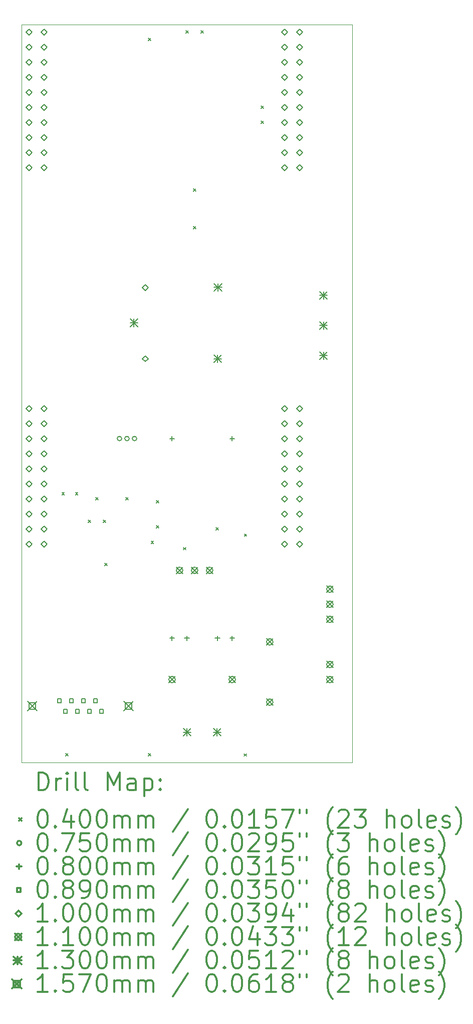
<source format=gbr>
%FSLAX45Y45*%
G04 Gerber Fmt 4.5, Leading zero omitted, Abs format (unit mm)*
G04 Created by KiCad (PCBNEW (5.1.10-1-10_14)) date 2021-11-12 14:24:27*
%MOMM*%
%LPD*%
G01*
G04 APERTURE LIST*
%TA.AperFunction,Profile*%
%ADD10C,0.100000*%
%TD*%
%ADD11C,0.200000*%
%ADD12C,0.300000*%
G04 APERTURE END LIST*
D10*
X10668000Y-4064000D02*
X10668000Y-16510000D01*
X5080000Y-4064000D02*
X10668000Y-4064000D01*
X5080000Y-16510000D02*
X5080000Y-4064000D01*
X5080000Y-16510000D02*
X10668000Y-16510000D01*
D11*
X5758500Y-11956100D02*
X5798500Y-11996100D01*
X5798500Y-11956100D02*
X5758500Y-11996100D01*
X5822000Y-16363000D02*
X5862000Y-16403000D01*
X5862000Y-16363000D02*
X5822000Y-16403000D01*
X5987100Y-11956100D02*
X6027100Y-11996100D01*
X6027100Y-11956100D02*
X5987100Y-11996100D01*
X6203000Y-12426000D02*
X6243000Y-12466000D01*
X6243000Y-12426000D02*
X6203000Y-12466000D01*
X6330000Y-12045000D02*
X6370000Y-12085000D01*
X6370000Y-12045000D02*
X6330000Y-12085000D01*
X6457000Y-12426000D02*
X6497000Y-12466000D01*
X6497000Y-12426000D02*
X6457000Y-12466000D01*
X6482000Y-13154000D02*
X6522000Y-13194000D01*
X6522000Y-13154000D02*
X6482000Y-13194000D01*
X6838000Y-12045000D02*
X6878000Y-12085000D01*
X6878000Y-12045000D02*
X6838000Y-12085000D01*
X7219000Y-4298000D02*
X7259000Y-4338000D01*
X7259000Y-4298000D02*
X7219000Y-4338000D01*
X7219000Y-16363000D02*
X7259000Y-16403000D01*
X7259000Y-16363000D02*
X7219000Y-16403000D01*
X7266000Y-12778000D02*
X7306000Y-12818000D01*
X7306000Y-12778000D02*
X7266000Y-12818000D01*
X7355000Y-12095000D02*
X7395000Y-12135000D01*
X7395000Y-12095000D02*
X7355000Y-12135000D01*
X7355000Y-12518000D02*
X7395000Y-12558000D01*
X7395000Y-12518000D02*
X7355000Y-12558000D01*
X7811000Y-12886000D02*
X7851000Y-12926000D01*
X7851000Y-12886000D02*
X7811000Y-12926000D01*
X7854000Y-4171000D02*
X7894000Y-4211000D01*
X7894000Y-4171000D02*
X7854000Y-4211000D01*
X7981000Y-6838000D02*
X8021000Y-6878000D01*
X8021000Y-6838000D02*
X7981000Y-6878000D01*
X7981000Y-7473000D02*
X8021000Y-7513000D01*
X8021000Y-7473000D02*
X7981000Y-7513000D01*
X8108000Y-4171000D02*
X8148000Y-4211000D01*
X8148000Y-4171000D02*
X8108000Y-4211000D01*
X8362000Y-12553000D02*
X8402000Y-12593000D01*
X8402000Y-12553000D02*
X8362000Y-12593000D01*
X8836000Y-16365000D02*
X8876000Y-16405000D01*
X8876000Y-16365000D02*
X8836000Y-16405000D01*
X8842000Y-12657000D02*
X8882000Y-12697000D01*
X8882000Y-12657000D02*
X8842000Y-12697000D01*
X9124000Y-5441000D02*
X9164000Y-5481000D01*
X9164000Y-5441000D02*
X9124000Y-5481000D01*
X9124000Y-5695000D02*
X9164000Y-5735000D01*
X9164000Y-5695000D02*
X9124000Y-5735000D01*
X6768500Y-11049000D02*
G75*
G03*
X6768500Y-11049000I-37500J0D01*
G01*
X6895500Y-11049000D02*
G75*
G03*
X6895500Y-11049000I-37500J0D01*
G01*
X7022500Y-11049000D02*
G75*
G03*
X7022500Y-11049000I-37500J0D01*
G01*
X7620000Y-11009000D02*
X7620000Y-11089000D01*
X7580000Y-11049000D02*
X7660000Y-11049000D01*
X7620000Y-14374500D02*
X7620000Y-14454500D01*
X7580000Y-14414500D02*
X7660000Y-14414500D01*
X7870000Y-14374500D02*
X7870000Y-14454500D01*
X7830000Y-14414500D02*
X7910000Y-14414500D01*
X8386000Y-14374500D02*
X8386000Y-14454500D01*
X8346000Y-14414500D02*
X8426000Y-14414500D01*
X8636000Y-11009000D02*
X8636000Y-11089000D01*
X8596000Y-11049000D02*
X8676000Y-11049000D01*
X8636000Y-14374500D02*
X8636000Y-14454500D01*
X8596000Y-14414500D02*
X8676000Y-14414500D01*
X5746467Y-15502467D02*
X5746467Y-15439533D01*
X5683533Y-15439533D01*
X5683533Y-15502467D01*
X5746467Y-15502467D01*
X5848467Y-15680467D02*
X5848467Y-15617533D01*
X5785533Y-15617533D01*
X5785533Y-15680467D01*
X5848467Y-15680467D01*
X5950467Y-15502467D02*
X5950467Y-15439533D01*
X5887533Y-15439533D01*
X5887533Y-15502467D01*
X5950467Y-15502467D01*
X6052467Y-15680467D02*
X6052467Y-15617533D01*
X5989533Y-15617533D01*
X5989533Y-15680467D01*
X6052467Y-15680467D01*
X6154467Y-15502467D02*
X6154467Y-15439533D01*
X6091533Y-15439533D01*
X6091533Y-15502467D01*
X6154467Y-15502467D01*
X6256467Y-15680467D02*
X6256467Y-15617533D01*
X6193533Y-15617533D01*
X6193533Y-15680467D01*
X6256467Y-15680467D01*
X6358467Y-15502467D02*
X6358467Y-15439533D01*
X6295533Y-15439533D01*
X6295533Y-15502467D01*
X6358467Y-15502467D01*
X6460467Y-15680467D02*
X6460467Y-15617533D01*
X6397533Y-15617533D01*
X6397533Y-15680467D01*
X6460467Y-15680467D01*
X5207000Y-4241000D02*
X5257000Y-4191000D01*
X5207000Y-4141000D01*
X5157000Y-4191000D01*
X5207000Y-4241000D01*
X5207000Y-4495000D02*
X5257000Y-4445000D01*
X5207000Y-4395000D01*
X5157000Y-4445000D01*
X5207000Y-4495000D01*
X5207000Y-4749000D02*
X5257000Y-4699000D01*
X5207000Y-4649000D01*
X5157000Y-4699000D01*
X5207000Y-4749000D01*
X5207000Y-5003000D02*
X5257000Y-4953000D01*
X5207000Y-4903000D01*
X5157000Y-4953000D01*
X5207000Y-5003000D01*
X5207000Y-5257000D02*
X5257000Y-5207000D01*
X5207000Y-5157000D01*
X5157000Y-5207000D01*
X5207000Y-5257000D01*
X5207000Y-5511000D02*
X5257000Y-5461000D01*
X5207000Y-5411000D01*
X5157000Y-5461000D01*
X5207000Y-5511000D01*
X5207000Y-5765000D02*
X5257000Y-5715000D01*
X5207000Y-5665000D01*
X5157000Y-5715000D01*
X5207000Y-5765000D01*
X5207000Y-6019000D02*
X5257000Y-5969000D01*
X5207000Y-5919000D01*
X5157000Y-5969000D01*
X5207000Y-6019000D01*
X5207000Y-6273000D02*
X5257000Y-6223000D01*
X5207000Y-6173000D01*
X5157000Y-6223000D01*
X5207000Y-6273000D01*
X5207000Y-6527000D02*
X5257000Y-6477000D01*
X5207000Y-6427000D01*
X5157000Y-6477000D01*
X5207000Y-6527000D01*
X5207000Y-10591000D02*
X5257000Y-10541000D01*
X5207000Y-10491000D01*
X5157000Y-10541000D01*
X5207000Y-10591000D01*
X5207000Y-10845000D02*
X5257000Y-10795000D01*
X5207000Y-10745000D01*
X5157000Y-10795000D01*
X5207000Y-10845000D01*
X5207000Y-11099000D02*
X5257000Y-11049000D01*
X5207000Y-10999000D01*
X5157000Y-11049000D01*
X5207000Y-11099000D01*
X5207000Y-11353000D02*
X5257000Y-11303000D01*
X5207000Y-11253000D01*
X5157000Y-11303000D01*
X5207000Y-11353000D01*
X5207000Y-11607000D02*
X5257000Y-11557000D01*
X5207000Y-11507000D01*
X5157000Y-11557000D01*
X5207000Y-11607000D01*
X5207000Y-11861000D02*
X5257000Y-11811000D01*
X5207000Y-11761000D01*
X5157000Y-11811000D01*
X5207000Y-11861000D01*
X5207000Y-12115000D02*
X5257000Y-12065000D01*
X5207000Y-12015000D01*
X5157000Y-12065000D01*
X5207000Y-12115000D01*
X5207000Y-12369000D02*
X5257000Y-12319000D01*
X5207000Y-12269000D01*
X5157000Y-12319000D01*
X5207000Y-12369000D01*
X5207000Y-12623000D02*
X5257000Y-12573000D01*
X5207000Y-12523000D01*
X5157000Y-12573000D01*
X5207000Y-12623000D01*
X5207000Y-12877000D02*
X5257000Y-12827000D01*
X5207000Y-12777000D01*
X5157000Y-12827000D01*
X5207000Y-12877000D01*
X5461000Y-4241000D02*
X5511000Y-4191000D01*
X5461000Y-4141000D01*
X5411000Y-4191000D01*
X5461000Y-4241000D01*
X5461000Y-4495000D02*
X5511000Y-4445000D01*
X5461000Y-4395000D01*
X5411000Y-4445000D01*
X5461000Y-4495000D01*
X5461000Y-4749000D02*
X5511000Y-4699000D01*
X5461000Y-4649000D01*
X5411000Y-4699000D01*
X5461000Y-4749000D01*
X5461000Y-5003000D02*
X5511000Y-4953000D01*
X5461000Y-4903000D01*
X5411000Y-4953000D01*
X5461000Y-5003000D01*
X5461000Y-5257000D02*
X5511000Y-5207000D01*
X5461000Y-5157000D01*
X5411000Y-5207000D01*
X5461000Y-5257000D01*
X5461000Y-5511000D02*
X5511000Y-5461000D01*
X5461000Y-5411000D01*
X5411000Y-5461000D01*
X5461000Y-5511000D01*
X5461000Y-5765000D02*
X5511000Y-5715000D01*
X5461000Y-5665000D01*
X5411000Y-5715000D01*
X5461000Y-5765000D01*
X5461000Y-6019000D02*
X5511000Y-5969000D01*
X5461000Y-5919000D01*
X5411000Y-5969000D01*
X5461000Y-6019000D01*
X5461000Y-6273000D02*
X5511000Y-6223000D01*
X5461000Y-6173000D01*
X5411000Y-6223000D01*
X5461000Y-6273000D01*
X5461000Y-6527000D02*
X5511000Y-6477000D01*
X5461000Y-6427000D01*
X5411000Y-6477000D01*
X5461000Y-6527000D01*
X5461000Y-10591000D02*
X5511000Y-10541000D01*
X5461000Y-10491000D01*
X5411000Y-10541000D01*
X5461000Y-10591000D01*
X5461000Y-10845000D02*
X5511000Y-10795000D01*
X5461000Y-10745000D01*
X5411000Y-10795000D01*
X5461000Y-10845000D01*
X5461000Y-11099000D02*
X5511000Y-11049000D01*
X5461000Y-10999000D01*
X5411000Y-11049000D01*
X5461000Y-11099000D01*
X5461000Y-11353000D02*
X5511000Y-11303000D01*
X5461000Y-11253000D01*
X5411000Y-11303000D01*
X5461000Y-11353000D01*
X5461000Y-11607000D02*
X5511000Y-11557000D01*
X5461000Y-11507000D01*
X5411000Y-11557000D01*
X5461000Y-11607000D01*
X5461000Y-11861000D02*
X5511000Y-11811000D01*
X5461000Y-11761000D01*
X5411000Y-11811000D01*
X5461000Y-11861000D01*
X5461000Y-12115000D02*
X5511000Y-12065000D01*
X5461000Y-12015000D01*
X5411000Y-12065000D01*
X5461000Y-12115000D01*
X5461000Y-12369000D02*
X5511000Y-12319000D01*
X5461000Y-12269000D01*
X5411000Y-12319000D01*
X5461000Y-12369000D01*
X5461000Y-12623000D02*
X5511000Y-12573000D01*
X5461000Y-12523000D01*
X5411000Y-12573000D01*
X5461000Y-12623000D01*
X5461000Y-12877000D02*
X5511000Y-12827000D01*
X5461000Y-12777000D01*
X5411000Y-12827000D01*
X5461000Y-12877000D01*
X7171000Y-8551000D02*
X7221000Y-8501000D01*
X7171000Y-8451000D01*
X7121000Y-8501000D01*
X7171000Y-8551000D01*
X7171000Y-9751000D02*
X7221000Y-9701000D01*
X7171000Y-9651000D01*
X7121000Y-9701000D01*
X7171000Y-9751000D01*
X9525000Y-4241000D02*
X9575000Y-4191000D01*
X9525000Y-4141000D01*
X9475000Y-4191000D01*
X9525000Y-4241000D01*
X9525000Y-4495000D02*
X9575000Y-4445000D01*
X9525000Y-4395000D01*
X9475000Y-4445000D01*
X9525000Y-4495000D01*
X9525000Y-4749000D02*
X9575000Y-4699000D01*
X9525000Y-4649000D01*
X9475000Y-4699000D01*
X9525000Y-4749000D01*
X9525000Y-5003000D02*
X9575000Y-4953000D01*
X9525000Y-4903000D01*
X9475000Y-4953000D01*
X9525000Y-5003000D01*
X9525000Y-5257000D02*
X9575000Y-5207000D01*
X9525000Y-5157000D01*
X9475000Y-5207000D01*
X9525000Y-5257000D01*
X9525000Y-5511000D02*
X9575000Y-5461000D01*
X9525000Y-5411000D01*
X9475000Y-5461000D01*
X9525000Y-5511000D01*
X9525000Y-5765000D02*
X9575000Y-5715000D01*
X9525000Y-5665000D01*
X9475000Y-5715000D01*
X9525000Y-5765000D01*
X9525000Y-6019000D02*
X9575000Y-5969000D01*
X9525000Y-5919000D01*
X9475000Y-5969000D01*
X9525000Y-6019000D01*
X9525000Y-6273000D02*
X9575000Y-6223000D01*
X9525000Y-6173000D01*
X9475000Y-6223000D01*
X9525000Y-6273000D01*
X9525000Y-6527000D02*
X9575000Y-6477000D01*
X9525000Y-6427000D01*
X9475000Y-6477000D01*
X9525000Y-6527000D01*
X9525000Y-10591000D02*
X9575000Y-10541000D01*
X9525000Y-10491000D01*
X9475000Y-10541000D01*
X9525000Y-10591000D01*
X9525000Y-10845000D02*
X9575000Y-10795000D01*
X9525000Y-10745000D01*
X9475000Y-10795000D01*
X9525000Y-10845000D01*
X9525000Y-11099000D02*
X9575000Y-11049000D01*
X9525000Y-10999000D01*
X9475000Y-11049000D01*
X9525000Y-11099000D01*
X9525000Y-11353000D02*
X9575000Y-11303000D01*
X9525000Y-11253000D01*
X9475000Y-11303000D01*
X9525000Y-11353000D01*
X9525000Y-11607000D02*
X9575000Y-11557000D01*
X9525000Y-11507000D01*
X9475000Y-11557000D01*
X9525000Y-11607000D01*
X9525000Y-11861000D02*
X9575000Y-11811000D01*
X9525000Y-11761000D01*
X9475000Y-11811000D01*
X9525000Y-11861000D01*
X9525000Y-12115000D02*
X9575000Y-12065000D01*
X9525000Y-12015000D01*
X9475000Y-12065000D01*
X9525000Y-12115000D01*
X9525000Y-12369000D02*
X9575000Y-12319000D01*
X9525000Y-12269000D01*
X9475000Y-12319000D01*
X9525000Y-12369000D01*
X9525000Y-12623000D02*
X9575000Y-12573000D01*
X9525000Y-12523000D01*
X9475000Y-12573000D01*
X9525000Y-12623000D01*
X9525000Y-12877000D02*
X9575000Y-12827000D01*
X9525000Y-12777000D01*
X9475000Y-12827000D01*
X9525000Y-12877000D01*
X9779000Y-4241000D02*
X9829000Y-4191000D01*
X9779000Y-4141000D01*
X9729000Y-4191000D01*
X9779000Y-4241000D01*
X9779000Y-4495000D02*
X9829000Y-4445000D01*
X9779000Y-4395000D01*
X9729000Y-4445000D01*
X9779000Y-4495000D01*
X9779000Y-4749000D02*
X9829000Y-4699000D01*
X9779000Y-4649000D01*
X9729000Y-4699000D01*
X9779000Y-4749000D01*
X9779000Y-5003000D02*
X9829000Y-4953000D01*
X9779000Y-4903000D01*
X9729000Y-4953000D01*
X9779000Y-5003000D01*
X9779000Y-5257000D02*
X9829000Y-5207000D01*
X9779000Y-5157000D01*
X9729000Y-5207000D01*
X9779000Y-5257000D01*
X9779000Y-5511000D02*
X9829000Y-5461000D01*
X9779000Y-5411000D01*
X9729000Y-5461000D01*
X9779000Y-5511000D01*
X9779000Y-5765000D02*
X9829000Y-5715000D01*
X9779000Y-5665000D01*
X9729000Y-5715000D01*
X9779000Y-5765000D01*
X9779000Y-6019000D02*
X9829000Y-5969000D01*
X9779000Y-5919000D01*
X9729000Y-5969000D01*
X9779000Y-6019000D01*
X9779000Y-6273000D02*
X9829000Y-6223000D01*
X9779000Y-6173000D01*
X9729000Y-6223000D01*
X9779000Y-6273000D01*
X9779000Y-6527000D02*
X9829000Y-6477000D01*
X9779000Y-6427000D01*
X9729000Y-6477000D01*
X9779000Y-6527000D01*
X9779000Y-10591000D02*
X9829000Y-10541000D01*
X9779000Y-10491000D01*
X9729000Y-10541000D01*
X9779000Y-10591000D01*
X9779000Y-10845000D02*
X9829000Y-10795000D01*
X9779000Y-10745000D01*
X9729000Y-10795000D01*
X9779000Y-10845000D01*
X9779000Y-11099000D02*
X9829000Y-11049000D01*
X9779000Y-10999000D01*
X9729000Y-11049000D01*
X9779000Y-11099000D01*
X9779000Y-11353000D02*
X9829000Y-11303000D01*
X9779000Y-11253000D01*
X9729000Y-11303000D01*
X9779000Y-11353000D01*
X9779000Y-11607000D02*
X9829000Y-11557000D01*
X9779000Y-11507000D01*
X9729000Y-11557000D01*
X9779000Y-11607000D01*
X9779000Y-11861000D02*
X9829000Y-11811000D01*
X9779000Y-11761000D01*
X9729000Y-11811000D01*
X9779000Y-11861000D01*
X9779000Y-12115000D02*
X9829000Y-12065000D01*
X9779000Y-12015000D01*
X9729000Y-12065000D01*
X9779000Y-12115000D01*
X9779000Y-12369000D02*
X9829000Y-12319000D01*
X9779000Y-12269000D01*
X9729000Y-12319000D01*
X9779000Y-12369000D01*
X9779000Y-12623000D02*
X9829000Y-12573000D01*
X9779000Y-12523000D01*
X9729000Y-12573000D01*
X9779000Y-12623000D01*
X9779000Y-12877000D02*
X9829000Y-12827000D01*
X9779000Y-12777000D01*
X9729000Y-12827000D01*
X9779000Y-12877000D01*
X7565000Y-15058000D02*
X7675000Y-15168000D01*
X7675000Y-15058000D02*
X7565000Y-15168000D01*
X7675000Y-15113000D02*
G75*
G03*
X7675000Y-15113000I-55000J0D01*
G01*
X7692000Y-13216500D02*
X7802000Y-13326500D01*
X7802000Y-13216500D02*
X7692000Y-13326500D01*
X7802000Y-13271500D02*
G75*
G03*
X7802000Y-13271500I-55000J0D01*
G01*
X7946000Y-13216500D02*
X8056000Y-13326500D01*
X8056000Y-13216500D02*
X7946000Y-13326500D01*
X8056000Y-13271500D02*
G75*
G03*
X8056000Y-13271500I-55000J0D01*
G01*
X8200000Y-13216500D02*
X8310000Y-13326500D01*
X8310000Y-13216500D02*
X8200000Y-13326500D01*
X8310000Y-13271500D02*
G75*
G03*
X8310000Y-13271500I-55000J0D01*
G01*
X8581000Y-15058000D02*
X8691000Y-15168000D01*
X8691000Y-15058000D02*
X8581000Y-15168000D01*
X8691000Y-15113000D02*
G75*
G03*
X8691000Y-15113000I-55000J0D01*
G01*
X9216000Y-14423000D02*
X9326000Y-14533000D01*
X9326000Y-14423000D02*
X9216000Y-14533000D01*
X9326000Y-14478000D02*
G75*
G03*
X9326000Y-14478000I-55000J0D01*
G01*
X9216000Y-15439000D02*
X9326000Y-15549000D01*
X9326000Y-15439000D02*
X9216000Y-15549000D01*
X9326000Y-15494000D02*
G75*
G03*
X9326000Y-15494000I-55000J0D01*
G01*
X10232000Y-13534000D02*
X10342000Y-13644000D01*
X10342000Y-13534000D02*
X10232000Y-13644000D01*
X10342000Y-13589000D02*
G75*
G03*
X10342000Y-13589000I-55000J0D01*
G01*
X10232000Y-13788000D02*
X10342000Y-13898000D01*
X10342000Y-13788000D02*
X10232000Y-13898000D01*
X10342000Y-13843000D02*
G75*
G03*
X10342000Y-13843000I-55000J0D01*
G01*
X10232000Y-14042000D02*
X10342000Y-14152000D01*
X10342000Y-14042000D02*
X10232000Y-14152000D01*
X10342000Y-14097000D02*
G75*
G03*
X10342000Y-14097000I-55000J0D01*
G01*
X10232000Y-14804000D02*
X10342000Y-14914000D01*
X10342000Y-14804000D02*
X10232000Y-14914000D01*
X10342000Y-14859000D02*
G75*
G03*
X10342000Y-14859000I-55000J0D01*
G01*
X10232000Y-15058000D02*
X10342000Y-15168000D01*
X10342000Y-15058000D02*
X10232000Y-15168000D01*
X10342000Y-15113000D02*
G75*
G03*
X10342000Y-15113000I-55000J0D01*
G01*
X6911000Y-9031000D02*
X7041000Y-9161000D01*
X7041000Y-9031000D02*
X6911000Y-9161000D01*
X6976000Y-9031000D02*
X6976000Y-9161000D01*
X6911000Y-9096000D02*
X7041000Y-9096000D01*
X7809000Y-15937000D02*
X7939000Y-16067000D01*
X7939000Y-15937000D02*
X7809000Y-16067000D01*
X7874000Y-15937000D02*
X7874000Y-16067000D01*
X7809000Y-16002000D02*
X7939000Y-16002000D01*
X8317000Y-15937000D02*
X8447000Y-16067000D01*
X8447000Y-15937000D02*
X8317000Y-16067000D01*
X8382000Y-15937000D02*
X8382000Y-16067000D01*
X8317000Y-16002000D02*
X8447000Y-16002000D01*
X8326000Y-9636000D02*
X8456000Y-9766000D01*
X8456000Y-9636000D02*
X8326000Y-9766000D01*
X8391000Y-9636000D02*
X8391000Y-9766000D01*
X8326000Y-9701000D02*
X8456000Y-9701000D01*
X8331000Y-8431000D02*
X8461000Y-8561000D01*
X8461000Y-8431000D02*
X8331000Y-8561000D01*
X8396000Y-8431000D02*
X8396000Y-8561000D01*
X8331000Y-8496000D02*
X8461000Y-8496000D01*
X10114000Y-8567000D02*
X10244000Y-8697000D01*
X10244000Y-8567000D02*
X10114000Y-8697000D01*
X10179000Y-8567000D02*
X10179000Y-8697000D01*
X10114000Y-8632000D02*
X10244000Y-8632000D01*
X10114000Y-9075000D02*
X10244000Y-9205000D01*
X10244000Y-9075000D02*
X10114000Y-9205000D01*
X10179000Y-9075000D02*
X10179000Y-9205000D01*
X10114000Y-9140000D02*
X10244000Y-9140000D01*
X10114000Y-9583000D02*
X10244000Y-9713000D01*
X10244000Y-9583000D02*
X10114000Y-9713000D01*
X10179000Y-9583000D02*
X10179000Y-9713000D01*
X10114000Y-9648000D02*
X10244000Y-9648000D01*
X5181500Y-15481500D02*
X5338500Y-15638500D01*
X5338500Y-15481500D02*
X5181500Y-15638500D01*
X5315508Y-15615508D02*
X5315508Y-15504492D01*
X5204492Y-15504492D01*
X5204492Y-15615508D01*
X5315508Y-15615508D01*
X6807500Y-15481500D02*
X6964500Y-15638500D01*
X6964500Y-15481500D02*
X6807500Y-15638500D01*
X6941508Y-15615508D02*
X6941508Y-15504492D01*
X6830492Y-15504492D01*
X6830492Y-15615508D01*
X6941508Y-15615508D01*
D12*
X5361428Y-16980714D02*
X5361428Y-16680714D01*
X5432857Y-16680714D01*
X5475714Y-16695000D01*
X5504286Y-16723571D01*
X5518571Y-16752143D01*
X5532857Y-16809286D01*
X5532857Y-16852143D01*
X5518571Y-16909286D01*
X5504286Y-16937857D01*
X5475714Y-16966429D01*
X5432857Y-16980714D01*
X5361428Y-16980714D01*
X5661428Y-16980714D02*
X5661428Y-16780714D01*
X5661428Y-16837857D02*
X5675714Y-16809286D01*
X5690000Y-16795000D01*
X5718571Y-16780714D01*
X5747143Y-16780714D01*
X5847143Y-16980714D02*
X5847143Y-16780714D01*
X5847143Y-16680714D02*
X5832857Y-16695000D01*
X5847143Y-16709286D01*
X5861428Y-16695000D01*
X5847143Y-16680714D01*
X5847143Y-16709286D01*
X6032857Y-16980714D02*
X6004286Y-16966429D01*
X5990000Y-16937857D01*
X5990000Y-16680714D01*
X6190000Y-16980714D02*
X6161428Y-16966429D01*
X6147143Y-16937857D01*
X6147143Y-16680714D01*
X6532857Y-16980714D02*
X6532857Y-16680714D01*
X6632857Y-16895000D01*
X6732857Y-16680714D01*
X6732857Y-16980714D01*
X7004286Y-16980714D02*
X7004286Y-16823572D01*
X6990000Y-16795000D01*
X6961428Y-16780714D01*
X6904286Y-16780714D01*
X6875714Y-16795000D01*
X7004286Y-16966429D02*
X6975714Y-16980714D01*
X6904286Y-16980714D01*
X6875714Y-16966429D01*
X6861428Y-16937857D01*
X6861428Y-16909286D01*
X6875714Y-16880714D01*
X6904286Y-16866429D01*
X6975714Y-16866429D01*
X7004286Y-16852143D01*
X7147143Y-16780714D02*
X7147143Y-17080714D01*
X7147143Y-16795000D02*
X7175714Y-16780714D01*
X7232857Y-16780714D01*
X7261428Y-16795000D01*
X7275714Y-16809286D01*
X7290000Y-16837857D01*
X7290000Y-16923572D01*
X7275714Y-16952143D01*
X7261428Y-16966429D01*
X7232857Y-16980714D01*
X7175714Y-16980714D01*
X7147143Y-16966429D01*
X7418571Y-16952143D02*
X7432857Y-16966429D01*
X7418571Y-16980714D01*
X7404286Y-16966429D01*
X7418571Y-16952143D01*
X7418571Y-16980714D01*
X7418571Y-16795000D02*
X7432857Y-16809286D01*
X7418571Y-16823572D01*
X7404286Y-16809286D01*
X7418571Y-16795000D01*
X7418571Y-16823572D01*
X5035000Y-17455000D02*
X5075000Y-17495000D01*
X5075000Y-17455000D02*
X5035000Y-17495000D01*
X5418571Y-17310714D02*
X5447143Y-17310714D01*
X5475714Y-17325000D01*
X5490000Y-17339286D01*
X5504286Y-17367857D01*
X5518571Y-17425000D01*
X5518571Y-17496429D01*
X5504286Y-17553572D01*
X5490000Y-17582143D01*
X5475714Y-17596429D01*
X5447143Y-17610714D01*
X5418571Y-17610714D01*
X5390000Y-17596429D01*
X5375714Y-17582143D01*
X5361428Y-17553572D01*
X5347143Y-17496429D01*
X5347143Y-17425000D01*
X5361428Y-17367857D01*
X5375714Y-17339286D01*
X5390000Y-17325000D01*
X5418571Y-17310714D01*
X5647143Y-17582143D02*
X5661428Y-17596429D01*
X5647143Y-17610714D01*
X5632857Y-17596429D01*
X5647143Y-17582143D01*
X5647143Y-17610714D01*
X5918571Y-17410714D02*
X5918571Y-17610714D01*
X5847143Y-17296429D02*
X5775714Y-17510714D01*
X5961428Y-17510714D01*
X6132857Y-17310714D02*
X6161428Y-17310714D01*
X6190000Y-17325000D01*
X6204286Y-17339286D01*
X6218571Y-17367857D01*
X6232857Y-17425000D01*
X6232857Y-17496429D01*
X6218571Y-17553572D01*
X6204286Y-17582143D01*
X6190000Y-17596429D01*
X6161428Y-17610714D01*
X6132857Y-17610714D01*
X6104286Y-17596429D01*
X6090000Y-17582143D01*
X6075714Y-17553572D01*
X6061428Y-17496429D01*
X6061428Y-17425000D01*
X6075714Y-17367857D01*
X6090000Y-17339286D01*
X6104286Y-17325000D01*
X6132857Y-17310714D01*
X6418571Y-17310714D02*
X6447143Y-17310714D01*
X6475714Y-17325000D01*
X6490000Y-17339286D01*
X6504286Y-17367857D01*
X6518571Y-17425000D01*
X6518571Y-17496429D01*
X6504286Y-17553572D01*
X6490000Y-17582143D01*
X6475714Y-17596429D01*
X6447143Y-17610714D01*
X6418571Y-17610714D01*
X6390000Y-17596429D01*
X6375714Y-17582143D01*
X6361428Y-17553572D01*
X6347143Y-17496429D01*
X6347143Y-17425000D01*
X6361428Y-17367857D01*
X6375714Y-17339286D01*
X6390000Y-17325000D01*
X6418571Y-17310714D01*
X6647143Y-17610714D02*
X6647143Y-17410714D01*
X6647143Y-17439286D02*
X6661428Y-17425000D01*
X6690000Y-17410714D01*
X6732857Y-17410714D01*
X6761428Y-17425000D01*
X6775714Y-17453572D01*
X6775714Y-17610714D01*
X6775714Y-17453572D02*
X6790000Y-17425000D01*
X6818571Y-17410714D01*
X6861428Y-17410714D01*
X6890000Y-17425000D01*
X6904286Y-17453572D01*
X6904286Y-17610714D01*
X7047143Y-17610714D02*
X7047143Y-17410714D01*
X7047143Y-17439286D02*
X7061428Y-17425000D01*
X7090000Y-17410714D01*
X7132857Y-17410714D01*
X7161428Y-17425000D01*
X7175714Y-17453572D01*
X7175714Y-17610714D01*
X7175714Y-17453572D02*
X7190000Y-17425000D01*
X7218571Y-17410714D01*
X7261428Y-17410714D01*
X7290000Y-17425000D01*
X7304286Y-17453572D01*
X7304286Y-17610714D01*
X7890000Y-17296429D02*
X7632857Y-17682143D01*
X8275714Y-17310714D02*
X8304286Y-17310714D01*
X8332857Y-17325000D01*
X8347143Y-17339286D01*
X8361428Y-17367857D01*
X8375714Y-17425000D01*
X8375714Y-17496429D01*
X8361428Y-17553572D01*
X8347143Y-17582143D01*
X8332857Y-17596429D01*
X8304286Y-17610714D01*
X8275714Y-17610714D01*
X8247143Y-17596429D01*
X8232857Y-17582143D01*
X8218571Y-17553572D01*
X8204286Y-17496429D01*
X8204286Y-17425000D01*
X8218571Y-17367857D01*
X8232857Y-17339286D01*
X8247143Y-17325000D01*
X8275714Y-17310714D01*
X8504286Y-17582143D02*
X8518571Y-17596429D01*
X8504286Y-17610714D01*
X8490000Y-17596429D01*
X8504286Y-17582143D01*
X8504286Y-17610714D01*
X8704286Y-17310714D02*
X8732857Y-17310714D01*
X8761428Y-17325000D01*
X8775714Y-17339286D01*
X8790000Y-17367857D01*
X8804286Y-17425000D01*
X8804286Y-17496429D01*
X8790000Y-17553572D01*
X8775714Y-17582143D01*
X8761428Y-17596429D01*
X8732857Y-17610714D01*
X8704286Y-17610714D01*
X8675714Y-17596429D01*
X8661428Y-17582143D01*
X8647143Y-17553572D01*
X8632857Y-17496429D01*
X8632857Y-17425000D01*
X8647143Y-17367857D01*
X8661428Y-17339286D01*
X8675714Y-17325000D01*
X8704286Y-17310714D01*
X9090000Y-17610714D02*
X8918571Y-17610714D01*
X9004286Y-17610714D02*
X9004286Y-17310714D01*
X8975714Y-17353572D01*
X8947143Y-17382143D01*
X8918571Y-17396429D01*
X9361428Y-17310714D02*
X9218571Y-17310714D01*
X9204286Y-17453572D01*
X9218571Y-17439286D01*
X9247143Y-17425000D01*
X9318571Y-17425000D01*
X9347143Y-17439286D01*
X9361428Y-17453572D01*
X9375714Y-17482143D01*
X9375714Y-17553572D01*
X9361428Y-17582143D01*
X9347143Y-17596429D01*
X9318571Y-17610714D01*
X9247143Y-17610714D01*
X9218571Y-17596429D01*
X9204286Y-17582143D01*
X9475714Y-17310714D02*
X9675714Y-17310714D01*
X9547143Y-17610714D01*
X9775714Y-17310714D02*
X9775714Y-17367857D01*
X9890000Y-17310714D02*
X9890000Y-17367857D01*
X10332857Y-17725000D02*
X10318571Y-17710714D01*
X10290000Y-17667857D01*
X10275714Y-17639286D01*
X10261428Y-17596429D01*
X10247143Y-17525000D01*
X10247143Y-17467857D01*
X10261428Y-17396429D01*
X10275714Y-17353572D01*
X10290000Y-17325000D01*
X10318571Y-17282143D01*
X10332857Y-17267857D01*
X10432857Y-17339286D02*
X10447143Y-17325000D01*
X10475714Y-17310714D01*
X10547143Y-17310714D01*
X10575714Y-17325000D01*
X10590000Y-17339286D01*
X10604286Y-17367857D01*
X10604286Y-17396429D01*
X10590000Y-17439286D01*
X10418571Y-17610714D01*
X10604286Y-17610714D01*
X10704286Y-17310714D02*
X10890000Y-17310714D01*
X10790000Y-17425000D01*
X10832857Y-17425000D01*
X10861428Y-17439286D01*
X10875714Y-17453572D01*
X10890000Y-17482143D01*
X10890000Y-17553572D01*
X10875714Y-17582143D01*
X10861428Y-17596429D01*
X10832857Y-17610714D01*
X10747143Y-17610714D01*
X10718571Y-17596429D01*
X10704286Y-17582143D01*
X11247143Y-17610714D02*
X11247143Y-17310714D01*
X11375714Y-17610714D02*
X11375714Y-17453572D01*
X11361428Y-17425000D01*
X11332857Y-17410714D01*
X11290000Y-17410714D01*
X11261428Y-17425000D01*
X11247143Y-17439286D01*
X11561428Y-17610714D02*
X11532857Y-17596429D01*
X11518571Y-17582143D01*
X11504286Y-17553572D01*
X11504286Y-17467857D01*
X11518571Y-17439286D01*
X11532857Y-17425000D01*
X11561428Y-17410714D01*
X11604286Y-17410714D01*
X11632857Y-17425000D01*
X11647143Y-17439286D01*
X11661428Y-17467857D01*
X11661428Y-17553572D01*
X11647143Y-17582143D01*
X11632857Y-17596429D01*
X11604286Y-17610714D01*
X11561428Y-17610714D01*
X11832857Y-17610714D02*
X11804286Y-17596429D01*
X11790000Y-17567857D01*
X11790000Y-17310714D01*
X12061428Y-17596429D02*
X12032857Y-17610714D01*
X11975714Y-17610714D01*
X11947143Y-17596429D01*
X11932857Y-17567857D01*
X11932857Y-17453572D01*
X11947143Y-17425000D01*
X11975714Y-17410714D01*
X12032857Y-17410714D01*
X12061428Y-17425000D01*
X12075714Y-17453572D01*
X12075714Y-17482143D01*
X11932857Y-17510714D01*
X12190000Y-17596429D02*
X12218571Y-17610714D01*
X12275714Y-17610714D01*
X12304286Y-17596429D01*
X12318571Y-17567857D01*
X12318571Y-17553572D01*
X12304286Y-17525000D01*
X12275714Y-17510714D01*
X12232857Y-17510714D01*
X12204286Y-17496429D01*
X12190000Y-17467857D01*
X12190000Y-17453572D01*
X12204286Y-17425000D01*
X12232857Y-17410714D01*
X12275714Y-17410714D01*
X12304286Y-17425000D01*
X12418571Y-17725000D02*
X12432857Y-17710714D01*
X12461428Y-17667857D01*
X12475714Y-17639286D01*
X12490000Y-17596429D01*
X12504286Y-17525000D01*
X12504286Y-17467857D01*
X12490000Y-17396429D01*
X12475714Y-17353572D01*
X12461428Y-17325000D01*
X12432857Y-17282143D01*
X12418571Y-17267857D01*
X5075000Y-17871000D02*
G75*
G03*
X5075000Y-17871000I-37500J0D01*
G01*
X5418571Y-17706714D02*
X5447143Y-17706714D01*
X5475714Y-17721000D01*
X5490000Y-17735286D01*
X5504286Y-17763857D01*
X5518571Y-17821000D01*
X5518571Y-17892429D01*
X5504286Y-17949572D01*
X5490000Y-17978143D01*
X5475714Y-17992429D01*
X5447143Y-18006714D01*
X5418571Y-18006714D01*
X5390000Y-17992429D01*
X5375714Y-17978143D01*
X5361428Y-17949572D01*
X5347143Y-17892429D01*
X5347143Y-17821000D01*
X5361428Y-17763857D01*
X5375714Y-17735286D01*
X5390000Y-17721000D01*
X5418571Y-17706714D01*
X5647143Y-17978143D02*
X5661428Y-17992429D01*
X5647143Y-18006714D01*
X5632857Y-17992429D01*
X5647143Y-17978143D01*
X5647143Y-18006714D01*
X5761428Y-17706714D02*
X5961428Y-17706714D01*
X5832857Y-18006714D01*
X6218571Y-17706714D02*
X6075714Y-17706714D01*
X6061428Y-17849572D01*
X6075714Y-17835286D01*
X6104286Y-17821000D01*
X6175714Y-17821000D01*
X6204286Y-17835286D01*
X6218571Y-17849572D01*
X6232857Y-17878143D01*
X6232857Y-17949572D01*
X6218571Y-17978143D01*
X6204286Y-17992429D01*
X6175714Y-18006714D01*
X6104286Y-18006714D01*
X6075714Y-17992429D01*
X6061428Y-17978143D01*
X6418571Y-17706714D02*
X6447143Y-17706714D01*
X6475714Y-17721000D01*
X6490000Y-17735286D01*
X6504286Y-17763857D01*
X6518571Y-17821000D01*
X6518571Y-17892429D01*
X6504286Y-17949572D01*
X6490000Y-17978143D01*
X6475714Y-17992429D01*
X6447143Y-18006714D01*
X6418571Y-18006714D01*
X6390000Y-17992429D01*
X6375714Y-17978143D01*
X6361428Y-17949572D01*
X6347143Y-17892429D01*
X6347143Y-17821000D01*
X6361428Y-17763857D01*
X6375714Y-17735286D01*
X6390000Y-17721000D01*
X6418571Y-17706714D01*
X6647143Y-18006714D02*
X6647143Y-17806714D01*
X6647143Y-17835286D02*
X6661428Y-17821000D01*
X6690000Y-17806714D01*
X6732857Y-17806714D01*
X6761428Y-17821000D01*
X6775714Y-17849572D01*
X6775714Y-18006714D01*
X6775714Y-17849572D02*
X6790000Y-17821000D01*
X6818571Y-17806714D01*
X6861428Y-17806714D01*
X6890000Y-17821000D01*
X6904286Y-17849572D01*
X6904286Y-18006714D01*
X7047143Y-18006714D02*
X7047143Y-17806714D01*
X7047143Y-17835286D02*
X7061428Y-17821000D01*
X7090000Y-17806714D01*
X7132857Y-17806714D01*
X7161428Y-17821000D01*
X7175714Y-17849572D01*
X7175714Y-18006714D01*
X7175714Y-17849572D02*
X7190000Y-17821000D01*
X7218571Y-17806714D01*
X7261428Y-17806714D01*
X7290000Y-17821000D01*
X7304286Y-17849572D01*
X7304286Y-18006714D01*
X7890000Y-17692429D02*
X7632857Y-18078143D01*
X8275714Y-17706714D02*
X8304286Y-17706714D01*
X8332857Y-17721000D01*
X8347143Y-17735286D01*
X8361428Y-17763857D01*
X8375714Y-17821000D01*
X8375714Y-17892429D01*
X8361428Y-17949572D01*
X8347143Y-17978143D01*
X8332857Y-17992429D01*
X8304286Y-18006714D01*
X8275714Y-18006714D01*
X8247143Y-17992429D01*
X8232857Y-17978143D01*
X8218571Y-17949572D01*
X8204286Y-17892429D01*
X8204286Y-17821000D01*
X8218571Y-17763857D01*
X8232857Y-17735286D01*
X8247143Y-17721000D01*
X8275714Y-17706714D01*
X8504286Y-17978143D02*
X8518571Y-17992429D01*
X8504286Y-18006714D01*
X8490000Y-17992429D01*
X8504286Y-17978143D01*
X8504286Y-18006714D01*
X8704286Y-17706714D02*
X8732857Y-17706714D01*
X8761428Y-17721000D01*
X8775714Y-17735286D01*
X8790000Y-17763857D01*
X8804286Y-17821000D01*
X8804286Y-17892429D01*
X8790000Y-17949572D01*
X8775714Y-17978143D01*
X8761428Y-17992429D01*
X8732857Y-18006714D01*
X8704286Y-18006714D01*
X8675714Y-17992429D01*
X8661428Y-17978143D01*
X8647143Y-17949572D01*
X8632857Y-17892429D01*
X8632857Y-17821000D01*
X8647143Y-17763857D01*
X8661428Y-17735286D01*
X8675714Y-17721000D01*
X8704286Y-17706714D01*
X8918571Y-17735286D02*
X8932857Y-17721000D01*
X8961428Y-17706714D01*
X9032857Y-17706714D01*
X9061428Y-17721000D01*
X9075714Y-17735286D01*
X9090000Y-17763857D01*
X9090000Y-17792429D01*
X9075714Y-17835286D01*
X8904286Y-18006714D01*
X9090000Y-18006714D01*
X9232857Y-18006714D02*
X9290000Y-18006714D01*
X9318571Y-17992429D01*
X9332857Y-17978143D01*
X9361428Y-17935286D01*
X9375714Y-17878143D01*
X9375714Y-17763857D01*
X9361428Y-17735286D01*
X9347143Y-17721000D01*
X9318571Y-17706714D01*
X9261428Y-17706714D01*
X9232857Y-17721000D01*
X9218571Y-17735286D01*
X9204286Y-17763857D01*
X9204286Y-17835286D01*
X9218571Y-17863857D01*
X9232857Y-17878143D01*
X9261428Y-17892429D01*
X9318571Y-17892429D01*
X9347143Y-17878143D01*
X9361428Y-17863857D01*
X9375714Y-17835286D01*
X9647143Y-17706714D02*
X9504286Y-17706714D01*
X9490000Y-17849572D01*
X9504286Y-17835286D01*
X9532857Y-17821000D01*
X9604286Y-17821000D01*
X9632857Y-17835286D01*
X9647143Y-17849572D01*
X9661428Y-17878143D01*
X9661428Y-17949572D01*
X9647143Y-17978143D01*
X9632857Y-17992429D01*
X9604286Y-18006714D01*
X9532857Y-18006714D01*
X9504286Y-17992429D01*
X9490000Y-17978143D01*
X9775714Y-17706714D02*
X9775714Y-17763857D01*
X9890000Y-17706714D02*
X9890000Y-17763857D01*
X10332857Y-18121000D02*
X10318571Y-18106714D01*
X10290000Y-18063857D01*
X10275714Y-18035286D01*
X10261428Y-17992429D01*
X10247143Y-17921000D01*
X10247143Y-17863857D01*
X10261428Y-17792429D01*
X10275714Y-17749572D01*
X10290000Y-17721000D01*
X10318571Y-17678143D01*
X10332857Y-17663857D01*
X10418571Y-17706714D02*
X10604286Y-17706714D01*
X10504286Y-17821000D01*
X10547143Y-17821000D01*
X10575714Y-17835286D01*
X10590000Y-17849572D01*
X10604286Y-17878143D01*
X10604286Y-17949572D01*
X10590000Y-17978143D01*
X10575714Y-17992429D01*
X10547143Y-18006714D01*
X10461428Y-18006714D01*
X10432857Y-17992429D01*
X10418571Y-17978143D01*
X10961428Y-18006714D02*
X10961428Y-17706714D01*
X11090000Y-18006714D02*
X11090000Y-17849572D01*
X11075714Y-17821000D01*
X11047143Y-17806714D01*
X11004286Y-17806714D01*
X10975714Y-17821000D01*
X10961428Y-17835286D01*
X11275714Y-18006714D02*
X11247143Y-17992429D01*
X11232857Y-17978143D01*
X11218571Y-17949572D01*
X11218571Y-17863857D01*
X11232857Y-17835286D01*
X11247143Y-17821000D01*
X11275714Y-17806714D01*
X11318571Y-17806714D01*
X11347143Y-17821000D01*
X11361428Y-17835286D01*
X11375714Y-17863857D01*
X11375714Y-17949572D01*
X11361428Y-17978143D01*
X11347143Y-17992429D01*
X11318571Y-18006714D01*
X11275714Y-18006714D01*
X11547143Y-18006714D02*
X11518571Y-17992429D01*
X11504286Y-17963857D01*
X11504286Y-17706714D01*
X11775714Y-17992429D02*
X11747143Y-18006714D01*
X11690000Y-18006714D01*
X11661428Y-17992429D01*
X11647143Y-17963857D01*
X11647143Y-17849572D01*
X11661428Y-17821000D01*
X11690000Y-17806714D01*
X11747143Y-17806714D01*
X11775714Y-17821000D01*
X11790000Y-17849572D01*
X11790000Y-17878143D01*
X11647143Y-17906714D01*
X11904286Y-17992429D02*
X11932857Y-18006714D01*
X11990000Y-18006714D01*
X12018571Y-17992429D01*
X12032857Y-17963857D01*
X12032857Y-17949572D01*
X12018571Y-17921000D01*
X11990000Y-17906714D01*
X11947143Y-17906714D01*
X11918571Y-17892429D01*
X11904286Y-17863857D01*
X11904286Y-17849572D01*
X11918571Y-17821000D01*
X11947143Y-17806714D01*
X11990000Y-17806714D01*
X12018571Y-17821000D01*
X12132857Y-18121000D02*
X12147143Y-18106714D01*
X12175714Y-18063857D01*
X12190000Y-18035286D01*
X12204286Y-17992429D01*
X12218571Y-17921000D01*
X12218571Y-17863857D01*
X12204286Y-17792429D01*
X12190000Y-17749572D01*
X12175714Y-17721000D01*
X12147143Y-17678143D01*
X12132857Y-17663857D01*
X5035000Y-18227000D02*
X5035000Y-18307000D01*
X4995000Y-18267000D02*
X5075000Y-18267000D01*
X5418571Y-18102714D02*
X5447143Y-18102714D01*
X5475714Y-18117000D01*
X5490000Y-18131286D01*
X5504286Y-18159857D01*
X5518571Y-18217000D01*
X5518571Y-18288429D01*
X5504286Y-18345572D01*
X5490000Y-18374143D01*
X5475714Y-18388429D01*
X5447143Y-18402714D01*
X5418571Y-18402714D01*
X5390000Y-18388429D01*
X5375714Y-18374143D01*
X5361428Y-18345572D01*
X5347143Y-18288429D01*
X5347143Y-18217000D01*
X5361428Y-18159857D01*
X5375714Y-18131286D01*
X5390000Y-18117000D01*
X5418571Y-18102714D01*
X5647143Y-18374143D02*
X5661428Y-18388429D01*
X5647143Y-18402714D01*
X5632857Y-18388429D01*
X5647143Y-18374143D01*
X5647143Y-18402714D01*
X5832857Y-18231286D02*
X5804286Y-18217000D01*
X5790000Y-18202714D01*
X5775714Y-18174143D01*
X5775714Y-18159857D01*
X5790000Y-18131286D01*
X5804286Y-18117000D01*
X5832857Y-18102714D01*
X5890000Y-18102714D01*
X5918571Y-18117000D01*
X5932857Y-18131286D01*
X5947143Y-18159857D01*
X5947143Y-18174143D01*
X5932857Y-18202714D01*
X5918571Y-18217000D01*
X5890000Y-18231286D01*
X5832857Y-18231286D01*
X5804286Y-18245572D01*
X5790000Y-18259857D01*
X5775714Y-18288429D01*
X5775714Y-18345572D01*
X5790000Y-18374143D01*
X5804286Y-18388429D01*
X5832857Y-18402714D01*
X5890000Y-18402714D01*
X5918571Y-18388429D01*
X5932857Y-18374143D01*
X5947143Y-18345572D01*
X5947143Y-18288429D01*
X5932857Y-18259857D01*
X5918571Y-18245572D01*
X5890000Y-18231286D01*
X6132857Y-18102714D02*
X6161428Y-18102714D01*
X6190000Y-18117000D01*
X6204286Y-18131286D01*
X6218571Y-18159857D01*
X6232857Y-18217000D01*
X6232857Y-18288429D01*
X6218571Y-18345572D01*
X6204286Y-18374143D01*
X6190000Y-18388429D01*
X6161428Y-18402714D01*
X6132857Y-18402714D01*
X6104286Y-18388429D01*
X6090000Y-18374143D01*
X6075714Y-18345572D01*
X6061428Y-18288429D01*
X6061428Y-18217000D01*
X6075714Y-18159857D01*
X6090000Y-18131286D01*
X6104286Y-18117000D01*
X6132857Y-18102714D01*
X6418571Y-18102714D02*
X6447143Y-18102714D01*
X6475714Y-18117000D01*
X6490000Y-18131286D01*
X6504286Y-18159857D01*
X6518571Y-18217000D01*
X6518571Y-18288429D01*
X6504286Y-18345572D01*
X6490000Y-18374143D01*
X6475714Y-18388429D01*
X6447143Y-18402714D01*
X6418571Y-18402714D01*
X6390000Y-18388429D01*
X6375714Y-18374143D01*
X6361428Y-18345572D01*
X6347143Y-18288429D01*
X6347143Y-18217000D01*
X6361428Y-18159857D01*
X6375714Y-18131286D01*
X6390000Y-18117000D01*
X6418571Y-18102714D01*
X6647143Y-18402714D02*
X6647143Y-18202714D01*
X6647143Y-18231286D02*
X6661428Y-18217000D01*
X6690000Y-18202714D01*
X6732857Y-18202714D01*
X6761428Y-18217000D01*
X6775714Y-18245572D01*
X6775714Y-18402714D01*
X6775714Y-18245572D02*
X6790000Y-18217000D01*
X6818571Y-18202714D01*
X6861428Y-18202714D01*
X6890000Y-18217000D01*
X6904286Y-18245572D01*
X6904286Y-18402714D01*
X7047143Y-18402714D02*
X7047143Y-18202714D01*
X7047143Y-18231286D02*
X7061428Y-18217000D01*
X7090000Y-18202714D01*
X7132857Y-18202714D01*
X7161428Y-18217000D01*
X7175714Y-18245572D01*
X7175714Y-18402714D01*
X7175714Y-18245572D02*
X7190000Y-18217000D01*
X7218571Y-18202714D01*
X7261428Y-18202714D01*
X7290000Y-18217000D01*
X7304286Y-18245572D01*
X7304286Y-18402714D01*
X7890000Y-18088429D02*
X7632857Y-18474143D01*
X8275714Y-18102714D02*
X8304286Y-18102714D01*
X8332857Y-18117000D01*
X8347143Y-18131286D01*
X8361428Y-18159857D01*
X8375714Y-18217000D01*
X8375714Y-18288429D01*
X8361428Y-18345572D01*
X8347143Y-18374143D01*
X8332857Y-18388429D01*
X8304286Y-18402714D01*
X8275714Y-18402714D01*
X8247143Y-18388429D01*
X8232857Y-18374143D01*
X8218571Y-18345572D01*
X8204286Y-18288429D01*
X8204286Y-18217000D01*
X8218571Y-18159857D01*
X8232857Y-18131286D01*
X8247143Y-18117000D01*
X8275714Y-18102714D01*
X8504286Y-18374143D02*
X8518571Y-18388429D01*
X8504286Y-18402714D01*
X8490000Y-18388429D01*
X8504286Y-18374143D01*
X8504286Y-18402714D01*
X8704286Y-18102714D02*
X8732857Y-18102714D01*
X8761428Y-18117000D01*
X8775714Y-18131286D01*
X8790000Y-18159857D01*
X8804286Y-18217000D01*
X8804286Y-18288429D01*
X8790000Y-18345572D01*
X8775714Y-18374143D01*
X8761428Y-18388429D01*
X8732857Y-18402714D01*
X8704286Y-18402714D01*
X8675714Y-18388429D01*
X8661428Y-18374143D01*
X8647143Y-18345572D01*
X8632857Y-18288429D01*
X8632857Y-18217000D01*
X8647143Y-18159857D01*
X8661428Y-18131286D01*
X8675714Y-18117000D01*
X8704286Y-18102714D01*
X8904286Y-18102714D02*
X9090000Y-18102714D01*
X8990000Y-18217000D01*
X9032857Y-18217000D01*
X9061428Y-18231286D01*
X9075714Y-18245572D01*
X9090000Y-18274143D01*
X9090000Y-18345572D01*
X9075714Y-18374143D01*
X9061428Y-18388429D01*
X9032857Y-18402714D01*
X8947143Y-18402714D01*
X8918571Y-18388429D01*
X8904286Y-18374143D01*
X9375714Y-18402714D02*
X9204286Y-18402714D01*
X9290000Y-18402714D02*
X9290000Y-18102714D01*
X9261428Y-18145572D01*
X9232857Y-18174143D01*
X9204286Y-18188429D01*
X9647143Y-18102714D02*
X9504286Y-18102714D01*
X9490000Y-18245572D01*
X9504286Y-18231286D01*
X9532857Y-18217000D01*
X9604286Y-18217000D01*
X9632857Y-18231286D01*
X9647143Y-18245572D01*
X9661428Y-18274143D01*
X9661428Y-18345572D01*
X9647143Y-18374143D01*
X9632857Y-18388429D01*
X9604286Y-18402714D01*
X9532857Y-18402714D01*
X9504286Y-18388429D01*
X9490000Y-18374143D01*
X9775714Y-18102714D02*
X9775714Y-18159857D01*
X9890000Y-18102714D02*
X9890000Y-18159857D01*
X10332857Y-18517000D02*
X10318571Y-18502714D01*
X10290000Y-18459857D01*
X10275714Y-18431286D01*
X10261428Y-18388429D01*
X10247143Y-18317000D01*
X10247143Y-18259857D01*
X10261428Y-18188429D01*
X10275714Y-18145572D01*
X10290000Y-18117000D01*
X10318571Y-18074143D01*
X10332857Y-18059857D01*
X10575714Y-18102714D02*
X10518571Y-18102714D01*
X10490000Y-18117000D01*
X10475714Y-18131286D01*
X10447143Y-18174143D01*
X10432857Y-18231286D01*
X10432857Y-18345572D01*
X10447143Y-18374143D01*
X10461428Y-18388429D01*
X10490000Y-18402714D01*
X10547143Y-18402714D01*
X10575714Y-18388429D01*
X10590000Y-18374143D01*
X10604286Y-18345572D01*
X10604286Y-18274143D01*
X10590000Y-18245572D01*
X10575714Y-18231286D01*
X10547143Y-18217000D01*
X10490000Y-18217000D01*
X10461428Y-18231286D01*
X10447143Y-18245572D01*
X10432857Y-18274143D01*
X10961428Y-18402714D02*
X10961428Y-18102714D01*
X11090000Y-18402714D02*
X11090000Y-18245572D01*
X11075714Y-18217000D01*
X11047143Y-18202714D01*
X11004286Y-18202714D01*
X10975714Y-18217000D01*
X10961428Y-18231286D01*
X11275714Y-18402714D02*
X11247143Y-18388429D01*
X11232857Y-18374143D01*
X11218571Y-18345572D01*
X11218571Y-18259857D01*
X11232857Y-18231286D01*
X11247143Y-18217000D01*
X11275714Y-18202714D01*
X11318571Y-18202714D01*
X11347143Y-18217000D01*
X11361428Y-18231286D01*
X11375714Y-18259857D01*
X11375714Y-18345572D01*
X11361428Y-18374143D01*
X11347143Y-18388429D01*
X11318571Y-18402714D01*
X11275714Y-18402714D01*
X11547143Y-18402714D02*
X11518571Y-18388429D01*
X11504286Y-18359857D01*
X11504286Y-18102714D01*
X11775714Y-18388429D02*
X11747143Y-18402714D01*
X11690000Y-18402714D01*
X11661428Y-18388429D01*
X11647143Y-18359857D01*
X11647143Y-18245572D01*
X11661428Y-18217000D01*
X11690000Y-18202714D01*
X11747143Y-18202714D01*
X11775714Y-18217000D01*
X11790000Y-18245572D01*
X11790000Y-18274143D01*
X11647143Y-18302714D01*
X11904286Y-18388429D02*
X11932857Y-18402714D01*
X11990000Y-18402714D01*
X12018571Y-18388429D01*
X12032857Y-18359857D01*
X12032857Y-18345572D01*
X12018571Y-18317000D01*
X11990000Y-18302714D01*
X11947143Y-18302714D01*
X11918571Y-18288429D01*
X11904286Y-18259857D01*
X11904286Y-18245572D01*
X11918571Y-18217000D01*
X11947143Y-18202714D01*
X11990000Y-18202714D01*
X12018571Y-18217000D01*
X12132857Y-18517000D02*
X12147143Y-18502714D01*
X12175714Y-18459857D01*
X12190000Y-18431286D01*
X12204286Y-18388429D01*
X12218571Y-18317000D01*
X12218571Y-18259857D01*
X12204286Y-18188429D01*
X12190000Y-18145572D01*
X12175714Y-18117000D01*
X12147143Y-18074143D01*
X12132857Y-18059857D01*
X5061967Y-18694467D02*
X5061967Y-18631534D01*
X4999033Y-18631534D01*
X4999033Y-18694467D01*
X5061967Y-18694467D01*
X5418571Y-18498714D02*
X5447143Y-18498714D01*
X5475714Y-18513000D01*
X5490000Y-18527286D01*
X5504286Y-18555857D01*
X5518571Y-18613000D01*
X5518571Y-18684429D01*
X5504286Y-18741572D01*
X5490000Y-18770143D01*
X5475714Y-18784429D01*
X5447143Y-18798714D01*
X5418571Y-18798714D01*
X5390000Y-18784429D01*
X5375714Y-18770143D01*
X5361428Y-18741572D01*
X5347143Y-18684429D01*
X5347143Y-18613000D01*
X5361428Y-18555857D01*
X5375714Y-18527286D01*
X5390000Y-18513000D01*
X5418571Y-18498714D01*
X5647143Y-18770143D02*
X5661428Y-18784429D01*
X5647143Y-18798714D01*
X5632857Y-18784429D01*
X5647143Y-18770143D01*
X5647143Y-18798714D01*
X5832857Y-18627286D02*
X5804286Y-18613000D01*
X5790000Y-18598714D01*
X5775714Y-18570143D01*
X5775714Y-18555857D01*
X5790000Y-18527286D01*
X5804286Y-18513000D01*
X5832857Y-18498714D01*
X5890000Y-18498714D01*
X5918571Y-18513000D01*
X5932857Y-18527286D01*
X5947143Y-18555857D01*
X5947143Y-18570143D01*
X5932857Y-18598714D01*
X5918571Y-18613000D01*
X5890000Y-18627286D01*
X5832857Y-18627286D01*
X5804286Y-18641572D01*
X5790000Y-18655857D01*
X5775714Y-18684429D01*
X5775714Y-18741572D01*
X5790000Y-18770143D01*
X5804286Y-18784429D01*
X5832857Y-18798714D01*
X5890000Y-18798714D01*
X5918571Y-18784429D01*
X5932857Y-18770143D01*
X5947143Y-18741572D01*
X5947143Y-18684429D01*
X5932857Y-18655857D01*
X5918571Y-18641572D01*
X5890000Y-18627286D01*
X6090000Y-18798714D02*
X6147143Y-18798714D01*
X6175714Y-18784429D01*
X6190000Y-18770143D01*
X6218571Y-18727286D01*
X6232857Y-18670143D01*
X6232857Y-18555857D01*
X6218571Y-18527286D01*
X6204286Y-18513000D01*
X6175714Y-18498714D01*
X6118571Y-18498714D01*
X6090000Y-18513000D01*
X6075714Y-18527286D01*
X6061428Y-18555857D01*
X6061428Y-18627286D01*
X6075714Y-18655857D01*
X6090000Y-18670143D01*
X6118571Y-18684429D01*
X6175714Y-18684429D01*
X6204286Y-18670143D01*
X6218571Y-18655857D01*
X6232857Y-18627286D01*
X6418571Y-18498714D02*
X6447143Y-18498714D01*
X6475714Y-18513000D01*
X6490000Y-18527286D01*
X6504286Y-18555857D01*
X6518571Y-18613000D01*
X6518571Y-18684429D01*
X6504286Y-18741572D01*
X6490000Y-18770143D01*
X6475714Y-18784429D01*
X6447143Y-18798714D01*
X6418571Y-18798714D01*
X6390000Y-18784429D01*
X6375714Y-18770143D01*
X6361428Y-18741572D01*
X6347143Y-18684429D01*
X6347143Y-18613000D01*
X6361428Y-18555857D01*
X6375714Y-18527286D01*
X6390000Y-18513000D01*
X6418571Y-18498714D01*
X6647143Y-18798714D02*
X6647143Y-18598714D01*
X6647143Y-18627286D02*
X6661428Y-18613000D01*
X6690000Y-18598714D01*
X6732857Y-18598714D01*
X6761428Y-18613000D01*
X6775714Y-18641572D01*
X6775714Y-18798714D01*
X6775714Y-18641572D02*
X6790000Y-18613000D01*
X6818571Y-18598714D01*
X6861428Y-18598714D01*
X6890000Y-18613000D01*
X6904286Y-18641572D01*
X6904286Y-18798714D01*
X7047143Y-18798714D02*
X7047143Y-18598714D01*
X7047143Y-18627286D02*
X7061428Y-18613000D01*
X7090000Y-18598714D01*
X7132857Y-18598714D01*
X7161428Y-18613000D01*
X7175714Y-18641572D01*
X7175714Y-18798714D01*
X7175714Y-18641572D02*
X7190000Y-18613000D01*
X7218571Y-18598714D01*
X7261428Y-18598714D01*
X7290000Y-18613000D01*
X7304286Y-18641572D01*
X7304286Y-18798714D01*
X7890000Y-18484429D02*
X7632857Y-18870143D01*
X8275714Y-18498714D02*
X8304286Y-18498714D01*
X8332857Y-18513000D01*
X8347143Y-18527286D01*
X8361428Y-18555857D01*
X8375714Y-18613000D01*
X8375714Y-18684429D01*
X8361428Y-18741572D01*
X8347143Y-18770143D01*
X8332857Y-18784429D01*
X8304286Y-18798714D01*
X8275714Y-18798714D01*
X8247143Y-18784429D01*
X8232857Y-18770143D01*
X8218571Y-18741572D01*
X8204286Y-18684429D01*
X8204286Y-18613000D01*
X8218571Y-18555857D01*
X8232857Y-18527286D01*
X8247143Y-18513000D01*
X8275714Y-18498714D01*
X8504286Y-18770143D02*
X8518571Y-18784429D01*
X8504286Y-18798714D01*
X8490000Y-18784429D01*
X8504286Y-18770143D01*
X8504286Y-18798714D01*
X8704286Y-18498714D02*
X8732857Y-18498714D01*
X8761428Y-18513000D01*
X8775714Y-18527286D01*
X8790000Y-18555857D01*
X8804286Y-18613000D01*
X8804286Y-18684429D01*
X8790000Y-18741572D01*
X8775714Y-18770143D01*
X8761428Y-18784429D01*
X8732857Y-18798714D01*
X8704286Y-18798714D01*
X8675714Y-18784429D01*
X8661428Y-18770143D01*
X8647143Y-18741572D01*
X8632857Y-18684429D01*
X8632857Y-18613000D01*
X8647143Y-18555857D01*
X8661428Y-18527286D01*
X8675714Y-18513000D01*
X8704286Y-18498714D01*
X8904286Y-18498714D02*
X9090000Y-18498714D01*
X8990000Y-18613000D01*
X9032857Y-18613000D01*
X9061428Y-18627286D01*
X9075714Y-18641572D01*
X9090000Y-18670143D01*
X9090000Y-18741572D01*
X9075714Y-18770143D01*
X9061428Y-18784429D01*
X9032857Y-18798714D01*
X8947143Y-18798714D01*
X8918571Y-18784429D01*
X8904286Y-18770143D01*
X9361428Y-18498714D02*
X9218571Y-18498714D01*
X9204286Y-18641572D01*
X9218571Y-18627286D01*
X9247143Y-18613000D01*
X9318571Y-18613000D01*
X9347143Y-18627286D01*
X9361428Y-18641572D01*
X9375714Y-18670143D01*
X9375714Y-18741572D01*
X9361428Y-18770143D01*
X9347143Y-18784429D01*
X9318571Y-18798714D01*
X9247143Y-18798714D01*
X9218571Y-18784429D01*
X9204286Y-18770143D01*
X9561428Y-18498714D02*
X9590000Y-18498714D01*
X9618571Y-18513000D01*
X9632857Y-18527286D01*
X9647143Y-18555857D01*
X9661428Y-18613000D01*
X9661428Y-18684429D01*
X9647143Y-18741572D01*
X9632857Y-18770143D01*
X9618571Y-18784429D01*
X9590000Y-18798714D01*
X9561428Y-18798714D01*
X9532857Y-18784429D01*
X9518571Y-18770143D01*
X9504286Y-18741572D01*
X9490000Y-18684429D01*
X9490000Y-18613000D01*
X9504286Y-18555857D01*
X9518571Y-18527286D01*
X9532857Y-18513000D01*
X9561428Y-18498714D01*
X9775714Y-18498714D02*
X9775714Y-18555857D01*
X9890000Y-18498714D02*
X9890000Y-18555857D01*
X10332857Y-18913000D02*
X10318571Y-18898714D01*
X10290000Y-18855857D01*
X10275714Y-18827286D01*
X10261428Y-18784429D01*
X10247143Y-18713000D01*
X10247143Y-18655857D01*
X10261428Y-18584429D01*
X10275714Y-18541572D01*
X10290000Y-18513000D01*
X10318571Y-18470143D01*
X10332857Y-18455857D01*
X10490000Y-18627286D02*
X10461428Y-18613000D01*
X10447143Y-18598714D01*
X10432857Y-18570143D01*
X10432857Y-18555857D01*
X10447143Y-18527286D01*
X10461428Y-18513000D01*
X10490000Y-18498714D01*
X10547143Y-18498714D01*
X10575714Y-18513000D01*
X10590000Y-18527286D01*
X10604286Y-18555857D01*
X10604286Y-18570143D01*
X10590000Y-18598714D01*
X10575714Y-18613000D01*
X10547143Y-18627286D01*
X10490000Y-18627286D01*
X10461428Y-18641572D01*
X10447143Y-18655857D01*
X10432857Y-18684429D01*
X10432857Y-18741572D01*
X10447143Y-18770143D01*
X10461428Y-18784429D01*
X10490000Y-18798714D01*
X10547143Y-18798714D01*
X10575714Y-18784429D01*
X10590000Y-18770143D01*
X10604286Y-18741572D01*
X10604286Y-18684429D01*
X10590000Y-18655857D01*
X10575714Y-18641572D01*
X10547143Y-18627286D01*
X10961428Y-18798714D02*
X10961428Y-18498714D01*
X11090000Y-18798714D02*
X11090000Y-18641572D01*
X11075714Y-18613000D01*
X11047143Y-18598714D01*
X11004286Y-18598714D01*
X10975714Y-18613000D01*
X10961428Y-18627286D01*
X11275714Y-18798714D02*
X11247143Y-18784429D01*
X11232857Y-18770143D01*
X11218571Y-18741572D01*
X11218571Y-18655857D01*
X11232857Y-18627286D01*
X11247143Y-18613000D01*
X11275714Y-18598714D01*
X11318571Y-18598714D01*
X11347143Y-18613000D01*
X11361428Y-18627286D01*
X11375714Y-18655857D01*
X11375714Y-18741572D01*
X11361428Y-18770143D01*
X11347143Y-18784429D01*
X11318571Y-18798714D01*
X11275714Y-18798714D01*
X11547143Y-18798714D02*
X11518571Y-18784429D01*
X11504286Y-18755857D01*
X11504286Y-18498714D01*
X11775714Y-18784429D02*
X11747143Y-18798714D01*
X11690000Y-18798714D01*
X11661428Y-18784429D01*
X11647143Y-18755857D01*
X11647143Y-18641572D01*
X11661428Y-18613000D01*
X11690000Y-18598714D01*
X11747143Y-18598714D01*
X11775714Y-18613000D01*
X11790000Y-18641572D01*
X11790000Y-18670143D01*
X11647143Y-18698714D01*
X11904286Y-18784429D02*
X11932857Y-18798714D01*
X11990000Y-18798714D01*
X12018571Y-18784429D01*
X12032857Y-18755857D01*
X12032857Y-18741572D01*
X12018571Y-18713000D01*
X11990000Y-18698714D01*
X11947143Y-18698714D01*
X11918571Y-18684429D01*
X11904286Y-18655857D01*
X11904286Y-18641572D01*
X11918571Y-18613000D01*
X11947143Y-18598714D01*
X11990000Y-18598714D01*
X12018571Y-18613000D01*
X12132857Y-18913000D02*
X12147143Y-18898714D01*
X12175714Y-18855857D01*
X12190000Y-18827286D01*
X12204286Y-18784429D01*
X12218571Y-18713000D01*
X12218571Y-18655857D01*
X12204286Y-18584429D01*
X12190000Y-18541572D01*
X12175714Y-18513000D01*
X12147143Y-18470143D01*
X12132857Y-18455857D01*
X5025000Y-19109000D02*
X5075000Y-19059000D01*
X5025000Y-19009000D01*
X4975000Y-19059000D01*
X5025000Y-19109000D01*
X5518571Y-19194714D02*
X5347143Y-19194714D01*
X5432857Y-19194714D02*
X5432857Y-18894714D01*
X5404286Y-18937572D01*
X5375714Y-18966143D01*
X5347143Y-18980429D01*
X5647143Y-19166143D02*
X5661428Y-19180429D01*
X5647143Y-19194714D01*
X5632857Y-19180429D01*
X5647143Y-19166143D01*
X5647143Y-19194714D01*
X5847143Y-18894714D02*
X5875714Y-18894714D01*
X5904286Y-18909000D01*
X5918571Y-18923286D01*
X5932857Y-18951857D01*
X5947143Y-19009000D01*
X5947143Y-19080429D01*
X5932857Y-19137572D01*
X5918571Y-19166143D01*
X5904286Y-19180429D01*
X5875714Y-19194714D01*
X5847143Y-19194714D01*
X5818571Y-19180429D01*
X5804286Y-19166143D01*
X5790000Y-19137572D01*
X5775714Y-19080429D01*
X5775714Y-19009000D01*
X5790000Y-18951857D01*
X5804286Y-18923286D01*
X5818571Y-18909000D01*
X5847143Y-18894714D01*
X6132857Y-18894714D02*
X6161428Y-18894714D01*
X6190000Y-18909000D01*
X6204286Y-18923286D01*
X6218571Y-18951857D01*
X6232857Y-19009000D01*
X6232857Y-19080429D01*
X6218571Y-19137572D01*
X6204286Y-19166143D01*
X6190000Y-19180429D01*
X6161428Y-19194714D01*
X6132857Y-19194714D01*
X6104286Y-19180429D01*
X6090000Y-19166143D01*
X6075714Y-19137572D01*
X6061428Y-19080429D01*
X6061428Y-19009000D01*
X6075714Y-18951857D01*
X6090000Y-18923286D01*
X6104286Y-18909000D01*
X6132857Y-18894714D01*
X6418571Y-18894714D02*
X6447143Y-18894714D01*
X6475714Y-18909000D01*
X6490000Y-18923286D01*
X6504286Y-18951857D01*
X6518571Y-19009000D01*
X6518571Y-19080429D01*
X6504286Y-19137572D01*
X6490000Y-19166143D01*
X6475714Y-19180429D01*
X6447143Y-19194714D01*
X6418571Y-19194714D01*
X6390000Y-19180429D01*
X6375714Y-19166143D01*
X6361428Y-19137572D01*
X6347143Y-19080429D01*
X6347143Y-19009000D01*
X6361428Y-18951857D01*
X6375714Y-18923286D01*
X6390000Y-18909000D01*
X6418571Y-18894714D01*
X6647143Y-19194714D02*
X6647143Y-18994714D01*
X6647143Y-19023286D02*
X6661428Y-19009000D01*
X6690000Y-18994714D01*
X6732857Y-18994714D01*
X6761428Y-19009000D01*
X6775714Y-19037572D01*
X6775714Y-19194714D01*
X6775714Y-19037572D02*
X6790000Y-19009000D01*
X6818571Y-18994714D01*
X6861428Y-18994714D01*
X6890000Y-19009000D01*
X6904286Y-19037572D01*
X6904286Y-19194714D01*
X7047143Y-19194714D02*
X7047143Y-18994714D01*
X7047143Y-19023286D02*
X7061428Y-19009000D01*
X7090000Y-18994714D01*
X7132857Y-18994714D01*
X7161428Y-19009000D01*
X7175714Y-19037572D01*
X7175714Y-19194714D01*
X7175714Y-19037572D02*
X7190000Y-19009000D01*
X7218571Y-18994714D01*
X7261428Y-18994714D01*
X7290000Y-19009000D01*
X7304286Y-19037572D01*
X7304286Y-19194714D01*
X7890000Y-18880429D02*
X7632857Y-19266143D01*
X8275714Y-18894714D02*
X8304286Y-18894714D01*
X8332857Y-18909000D01*
X8347143Y-18923286D01*
X8361428Y-18951857D01*
X8375714Y-19009000D01*
X8375714Y-19080429D01*
X8361428Y-19137572D01*
X8347143Y-19166143D01*
X8332857Y-19180429D01*
X8304286Y-19194714D01*
X8275714Y-19194714D01*
X8247143Y-19180429D01*
X8232857Y-19166143D01*
X8218571Y-19137572D01*
X8204286Y-19080429D01*
X8204286Y-19009000D01*
X8218571Y-18951857D01*
X8232857Y-18923286D01*
X8247143Y-18909000D01*
X8275714Y-18894714D01*
X8504286Y-19166143D02*
X8518571Y-19180429D01*
X8504286Y-19194714D01*
X8490000Y-19180429D01*
X8504286Y-19166143D01*
X8504286Y-19194714D01*
X8704286Y-18894714D02*
X8732857Y-18894714D01*
X8761428Y-18909000D01*
X8775714Y-18923286D01*
X8790000Y-18951857D01*
X8804286Y-19009000D01*
X8804286Y-19080429D01*
X8790000Y-19137572D01*
X8775714Y-19166143D01*
X8761428Y-19180429D01*
X8732857Y-19194714D01*
X8704286Y-19194714D01*
X8675714Y-19180429D01*
X8661428Y-19166143D01*
X8647143Y-19137572D01*
X8632857Y-19080429D01*
X8632857Y-19009000D01*
X8647143Y-18951857D01*
X8661428Y-18923286D01*
X8675714Y-18909000D01*
X8704286Y-18894714D01*
X8904286Y-18894714D02*
X9090000Y-18894714D01*
X8990000Y-19009000D01*
X9032857Y-19009000D01*
X9061428Y-19023286D01*
X9075714Y-19037572D01*
X9090000Y-19066143D01*
X9090000Y-19137572D01*
X9075714Y-19166143D01*
X9061428Y-19180429D01*
X9032857Y-19194714D01*
X8947143Y-19194714D01*
X8918571Y-19180429D01*
X8904286Y-19166143D01*
X9232857Y-19194714D02*
X9290000Y-19194714D01*
X9318571Y-19180429D01*
X9332857Y-19166143D01*
X9361428Y-19123286D01*
X9375714Y-19066143D01*
X9375714Y-18951857D01*
X9361428Y-18923286D01*
X9347143Y-18909000D01*
X9318571Y-18894714D01*
X9261428Y-18894714D01*
X9232857Y-18909000D01*
X9218571Y-18923286D01*
X9204286Y-18951857D01*
X9204286Y-19023286D01*
X9218571Y-19051857D01*
X9232857Y-19066143D01*
X9261428Y-19080429D01*
X9318571Y-19080429D01*
X9347143Y-19066143D01*
X9361428Y-19051857D01*
X9375714Y-19023286D01*
X9632857Y-18994714D02*
X9632857Y-19194714D01*
X9561428Y-18880429D02*
X9490000Y-19094714D01*
X9675714Y-19094714D01*
X9775714Y-18894714D02*
X9775714Y-18951857D01*
X9890000Y-18894714D02*
X9890000Y-18951857D01*
X10332857Y-19309000D02*
X10318571Y-19294714D01*
X10290000Y-19251857D01*
X10275714Y-19223286D01*
X10261428Y-19180429D01*
X10247143Y-19109000D01*
X10247143Y-19051857D01*
X10261428Y-18980429D01*
X10275714Y-18937572D01*
X10290000Y-18909000D01*
X10318571Y-18866143D01*
X10332857Y-18851857D01*
X10490000Y-19023286D02*
X10461428Y-19009000D01*
X10447143Y-18994714D01*
X10432857Y-18966143D01*
X10432857Y-18951857D01*
X10447143Y-18923286D01*
X10461428Y-18909000D01*
X10490000Y-18894714D01*
X10547143Y-18894714D01*
X10575714Y-18909000D01*
X10590000Y-18923286D01*
X10604286Y-18951857D01*
X10604286Y-18966143D01*
X10590000Y-18994714D01*
X10575714Y-19009000D01*
X10547143Y-19023286D01*
X10490000Y-19023286D01*
X10461428Y-19037572D01*
X10447143Y-19051857D01*
X10432857Y-19080429D01*
X10432857Y-19137572D01*
X10447143Y-19166143D01*
X10461428Y-19180429D01*
X10490000Y-19194714D01*
X10547143Y-19194714D01*
X10575714Y-19180429D01*
X10590000Y-19166143D01*
X10604286Y-19137572D01*
X10604286Y-19080429D01*
X10590000Y-19051857D01*
X10575714Y-19037572D01*
X10547143Y-19023286D01*
X10718571Y-18923286D02*
X10732857Y-18909000D01*
X10761428Y-18894714D01*
X10832857Y-18894714D01*
X10861428Y-18909000D01*
X10875714Y-18923286D01*
X10890000Y-18951857D01*
X10890000Y-18980429D01*
X10875714Y-19023286D01*
X10704286Y-19194714D01*
X10890000Y-19194714D01*
X11247143Y-19194714D02*
X11247143Y-18894714D01*
X11375714Y-19194714D02*
X11375714Y-19037572D01*
X11361428Y-19009000D01*
X11332857Y-18994714D01*
X11290000Y-18994714D01*
X11261428Y-19009000D01*
X11247143Y-19023286D01*
X11561428Y-19194714D02*
X11532857Y-19180429D01*
X11518571Y-19166143D01*
X11504286Y-19137572D01*
X11504286Y-19051857D01*
X11518571Y-19023286D01*
X11532857Y-19009000D01*
X11561428Y-18994714D01*
X11604286Y-18994714D01*
X11632857Y-19009000D01*
X11647143Y-19023286D01*
X11661428Y-19051857D01*
X11661428Y-19137572D01*
X11647143Y-19166143D01*
X11632857Y-19180429D01*
X11604286Y-19194714D01*
X11561428Y-19194714D01*
X11832857Y-19194714D02*
X11804286Y-19180429D01*
X11790000Y-19151857D01*
X11790000Y-18894714D01*
X12061428Y-19180429D02*
X12032857Y-19194714D01*
X11975714Y-19194714D01*
X11947143Y-19180429D01*
X11932857Y-19151857D01*
X11932857Y-19037572D01*
X11947143Y-19009000D01*
X11975714Y-18994714D01*
X12032857Y-18994714D01*
X12061428Y-19009000D01*
X12075714Y-19037572D01*
X12075714Y-19066143D01*
X11932857Y-19094714D01*
X12190000Y-19180429D02*
X12218571Y-19194714D01*
X12275714Y-19194714D01*
X12304286Y-19180429D01*
X12318571Y-19151857D01*
X12318571Y-19137572D01*
X12304286Y-19109000D01*
X12275714Y-19094714D01*
X12232857Y-19094714D01*
X12204286Y-19080429D01*
X12190000Y-19051857D01*
X12190000Y-19037572D01*
X12204286Y-19009000D01*
X12232857Y-18994714D01*
X12275714Y-18994714D01*
X12304286Y-19009000D01*
X12418571Y-19309000D02*
X12432857Y-19294714D01*
X12461428Y-19251857D01*
X12475714Y-19223286D01*
X12490000Y-19180429D01*
X12504286Y-19109000D01*
X12504286Y-19051857D01*
X12490000Y-18980429D01*
X12475714Y-18937572D01*
X12461428Y-18909000D01*
X12432857Y-18866143D01*
X12418571Y-18851857D01*
X4965000Y-19400000D02*
X5075000Y-19510000D01*
X5075000Y-19400000D02*
X4965000Y-19510000D01*
X5075000Y-19455000D02*
G75*
G03*
X5075000Y-19455000I-55000J0D01*
G01*
X5518571Y-19590714D02*
X5347143Y-19590714D01*
X5432857Y-19590714D02*
X5432857Y-19290714D01*
X5404286Y-19333572D01*
X5375714Y-19362143D01*
X5347143Y-19376429D01*
X5647143Y-19562143D02*
X5661428Y-19576429D01*
X5647143Y-19590714D01*
X5632857Y-19576429D01*
X5647143Y-19562143D01*
X5647143Y-19590714D01*
X5947143Y-19590714D02*
X5775714Y-19590714D01*
X5861428Y-19590714D02*
X5861428Y-19290714D01*
X5832857Y-19333572D01*
X5804286Y-19362143D01*
X5775714Y-19376429D01*
X6132857Y-19290714D02*
X6161428Y-19290714D01*
X6190000Y-19305000D01*
X6204286Y-19319286D01*
X6218571Y-19347857D01*
X6232857Y-19405000D01*
X6232857Y-19476429D01*
X6218571Y-19533572D01*
X6204286Y-19562143D01*
X6190000Y-19576429D01*
X6161428Y-19590714D01*
X6132857Y-19590714D01*
X6104286Y-19576429D01*
X6090000Y-19562143D01*
X6075714Y-19533572D01*
X6061428Y-19476429D01*
X6061428Y-19405000D01*
X6075714Y-19347857D01*
X6090000Y-19319286D01*
X6104286Y-19305000D01*
X6132857Y-19290714D01*
X6418571Y-19290714D02*
X6447143Y-19290714D01*
X6475714Y-19305000D01*
X6490000Y-19319286D01*
X6504286Y-19347857D01*
X6518571Y-19405000D01*
X6518571Y-19476429D01*
X6504286Y-19533572D01*
X6490000Y-19562143D01*
X6475714Y-19576429D01*
X6447143Y-19590714D01*
X6418571Y-19590714D01*
X6390000Y-19576429D01*
X6375714Y-19562143D01*
X6361428Y-19533572D01*
X6347143Y-19476429D01*
X6347143Y-19405000D01*
X6361428Y-19347857D01*
X6375714Y-19319286D01*
X6390000Y-19305000D01*
X6418571Y-19290714D01*
X6647143Y-19590714D02*
X6647143Y-19390714D01*
X6647143Y-19419286D02*
X6661428Y-19405000D01*
X6690000Y-19390714D01*
X6732857Y-19390714D01*
X6761428Y-19405000D01*
X6775714Y-19433572D01*
X6775714Y-19590714D01*
X6775714Y-19433572D02*
X6790000Y-19405000D01*
X6818571Y-19390714D01*
X6861428Y-19390714D01*
X6890000Y-19405000D01*
X6904286Y-19433572D01*
X6904286Y-19590714D01*
X7047143Y-19590714D02*
X7047143Y-19390714D01*
X7047143Y-19419286D02*
X7061428Y-19405000D01*
X7090000Y-19390714D01*
X7132857Y-19390714D01*
X7161428Y-19405000D01*
X7175714Y-19433572D01*
X7175714Y-19590714D01*
X7175714Y-19433572D02*
X7190000Y-19405000D01*
X7218571Y-19390714D01*
X7261428Y-19390714D01*
X7290000Y-19405000D01*
X7304286Y-19433572D01*
X7304286Y-19590714D01*
X7890000Y-19276429D02*
X7632857Y-19662143D01*
X8275714Y-19290714D02*
X8304286Y-19290714D01*
X8332857Y-19305000D01*
X8347143Y-19319286D01*
X8361428Y-19347857D01*
X8375714Y-19405000D01*
X8375714Y-19476429D01*
X8361428Y-19533572D01*
X8347143Y-19562143D01*
X8332857Y-19576429D01*
X8304286Y-19590714D01*
X8275714Y-19590714D01*
X8247143Y-19576429D01*
X8232857Y-19562143D01*
X8218571Y-19533572D01*
X8204286Y-19476429D01*
X8204286Y-19405000D01*
X8218571Y-19347857D01*
X8232857Y-19319286D01*
X8247143Y-19305000D01*
X8275714Y-19290714D01*
X8504286Y-19562143D02*
X8518571Y-19576429D01*
X8504286Y-19590714D01*
X8490000Y-19576429D01*
X8504286Y-19562143D01*
X8504286Y-19590714D01*
X8704286Y-19290714D02*
X8732857Y-19290714D01*
X8761428Y-19305000D01*
X8775714Y-19319286D01*
X8790000Y-19347857D01*
X8804286Y-19405000D01*
X8804286Y-19476429D01*
X8790000Y-19533572D01*
X8775714Y-19562143D01*
X8761428Y-19576429D01*
X8732857Y-19590714D01*
X8704286Y-19590714D01*
X8675714Y-19576429D01*
X8661428Y-19562143D01*
X8647143Y-19533572D01*
X8632857Y-19476429D01*
X8632857Y-19405000D01*
X8647143Y-19347857D01*
X8661428Y-19319286D01*
X8675714Y-19305000D01*
X8704286Y-19290714D01*
X9061428Y-19390714D02*
X9061428Y-19590714D01*
X8990000Y-19276429D02*
X8918571Y-19490714D01*
X9104286Y-19490714D01*
X9190000Y-19290714D02*
X9375714Y-19290714D01*
X9275714Y-19405000D01*
X9318571Y-19405000D01*
X9347143Y-19419286D01*
X9361428Y-19433572D01*
X9375714Y-19462143D01*
X9375714Y-19533572D01*
X9361428Y-19562143D01*
X9347143Y-19576429D01*
X9318571Y-19590714D01*
X9232857Y-19590714D01*
X9204286Y-19576429D01*
X9190000Y-19562143D01*
X9475714Y-19290714D02*
X9661428Y-19290714D01*
X9561428Y-19405000D01*
X9604286Y-19405000D01*
X9632857Y-19419286D01*
X9647143Y-19433572D01*
X9661428Y-19462143D01*
X9661428Y-19533572D01*
X9647143Y-19562143D01*
X9632857Y-19576429D01*
X9604286Y-19590714D01*
X9518571Y-19590714D01*
X9490000Y-19576429D01*
X9475714Y-19562143D01*
X9775714Y-19290714D02*
X9775714Y-19347857D01*
X9890000Y-19290714D02*
X9890000Y-19347857D01*
X10332857Y-19705000D02*
X10318571Y-19690714D01*
X10290000Y-19647857D01*
X10275714Y-19619286D01*
X10261428Y-19576429D01*
X10247143Y-19505000D01*
X10247143Y-19447857D01*
X10261428Y-19376429D01*
X10275714Y-19333572D01*
X10290000Y-19305000D01*
X10318571Y-19262143D01*
X10332857Y-19247857D01*
X10604286Y-19590714D02*
X10432857Y-19590714D01*
X10518571Y-19590714D02*
X10518571Y-19290714D01*
X10490000Y-19333572D01*
X10461428Y-19362143D01*
X10432857Y-19376429D01*
X10718571Y-19319286D02*
X10732857Y-19305000D01*
X10761428Y-19290714D01*
X10832857Y-19290714D01*
X10861428Y-19305000D01*
X10875714Y-19319286D01*
X10890000Y-19347857D01*
X10890000Y-19376429D01*
X10875714Y-19419286D01*
X10704286Y-19590714D01*
X10890000Y-19590714D01*
X11247143Y-19590714D02*
X11247143Y-19290714D01*
X11375714Y-19590714D02*
X11375714Y-19433572D01*
X11361428Y-19405000D01*
X11332857Y-19390714D01*
X11290000Y-19390714D01*
X11261428Y-19405000D01*
X11247143Y-19419286D01*
X11561428Y-19590714D02*
X11532857Y-19576429D01*
X11518571Y-19562143D01*
X11504286Y-19533572D01*
X11504286Y-19447857D01*
X11518571Y-19419286D01*
X11532857Y-19405000D01*
X11561428Y-19390714D01*
X11604286Y-19390714D01*
X11632857Y-19405000D01*
X11647143Y-19419286D01*
X11661428Y-19447857D01*
X11661428Y-19533572D01*
X11647143Y-19562143D01*
X11632857Y-19576429D01*
X11604286Y-19590714D01*
X11561428Y-19590714D01*
X11832857Y-19590714D02*
X11804286Y-19576429D01*
X11790000Y-19547857D01*
X11790000Y-19290714D01*
X12061428Y-19576429D02*
X12032857Y-19590714D01*
X11975714Y-19590714D01*
X11947143Y-19576429D01*
X11932857Y-19547857D01*
X11932857Y-19433572D01*
X11947143Y-19405000D01*
X11975714Y-19390714D01*
X12032857Y-19390714D01*
X12061428Y-19405000D01*
X12075714Y-19433572D01*
X12075714Y-19462143D01*
X11932857Y-19490714D01*
X12190000Y-19576429D02*
X12218571Y-19590714D01*
X12275714Y-19590714D01*
X12304286Y-19576429D01*
X12318571Y-19547857D01*
X12318571Y-19533572D01*
X12304286Y-19505000D01*
X12275714Y-19490714D01*
X12232857Y-19490714D01*
X12204286Y-19476429D01*
X12190000Y-19447857D01*
X12190000Y-19433572D01*
X12204286Y-19405000D01*
X12232857Y-19390714D01*
X12275714Y-19390714D01*
X12304286Y-19405000D01*
X12418571Y-19705000D02*
X12432857Y-19690714D01*
X12461428Y-19647857D01*
X12475714Y-19619286D01*
X12490000Y-19576429D01*
X12504286Y-19505000D01*
X12504286Y-19447857D01*
X12490000Y-19376429D01*
X12475714Y-19333572D01*
X12461428Y-19305000D01*
X12432857Y-19262143D01*
X12418571Y-19247857D01*
X4945000Y-19786000D02*
X5075000Y-19916000D01*
X5075000Y-19786000D02*
X4945000Y-19916000D01*
X5010000Y-19786000D02*
X5010000Y-19916000D01*
X4945000Y-19851000D02*
X5075000Y-19851000D01*
X5518571Y-19986714D02*
X5347143Y-19986714D01*
X5432857Y-19986714D02*
X5432857Y-19686714D01*
X5404286Y-19729572D01*
X5375714Y-19758143D01*
X5347143Y-19772429D01*
X5647143Y-19958143D02*
X5661428Y-19972429D01*
X5647143Y-19986714D01*
X5632857Y-19972429D01*
X5647143Y-19958143D01*
X5647143Y-19986714D01*
X5761428Y-19686714D02*
X5947143Y-19686714D01*
X5847143Y-19801000D01*
X5890000Y-19801000D01*
X5918571Y-19815286D01*
X5932857Y-19829572D01*
X5947143Y-19858143D01*
X5947143Y-19929572D01*
X5932857Y-19958143D01*
X5918571Y-19972429D01*
X5890000Y-19986714D01*
X5804286Y-19986714D01*
X5775714Y-19972429D01*
X5761428Y-19958143D01*
X6132857Y-19686714D02*
X6161428Y-19686714D01*
X6190000Y-19701000D01*
X6204286Y-19715286D01*
X6218571Y-19743857D01*
X6232857Y-19801000D01*
X6232857Y-19872429D01*
X6218571Y-19929572D01*
X6204286Y-19958143D01*
X6190000Y-19972429D01*
X6161428Y-19986714D01*
X6132857Y-19986714D01*
X6104286Y-19972429D01*
X6090000Y-19958143D01*
X6075714Y-19929572D01*
X6061428Y-19872429D01*
X6061428Y-19801000D01*
X6075714Y-19743857D01*
X6090000Y-19715286D01*
X6104286Y-19701000D01*
X6132857Y-19686714D01*
X6418571Y-19686714D02*
X6447143Y-19686714D01*
X6475714Y-19701000D01*
X6490000Y-19715286D01*
X6504286Y-19743857D01*
X6518571Y-19801000D01*
X6518571Y-19872429D01*
X6504286Y-19929572D01*
X6490000Y-19958143D01*
X6475714Y-19972429D01*
X6447143Y-19986714D01*
X6418571Y-19986714D01*
X6390000Y-19972429D01*
X6375714Y-19958143D01*
X6361428Y-19929572D01*
X6347143Y-19872429D01*
X6347143Y-19801000D01*
X6361428Y-19743857D01*
X6375714Y-19715286D01*
X6390000Y-19701000D01*
X6418571Y-19686714D01*
X6647143Y-19986714D02*
X6647143Y-19786714D01*
X6647143Y-19815286D02*
X6661428Y-19801000D01*
X6690000Y-19786714D01*
X6732857Y-19786714D01*
X6761428Y-19801000D01*
X6775714Y-19829572D01*
X6775714Y-19986714D01*
X6775714Y-19829572D02*
X6790000Y-19801000D01*
X6818571Y-19786714D01*
X6861428Y-19786714D01*
X6890000Y-19801000D01*
X6904286Y-19829572D01*
X6904286Y-19986714D01*
X7047143Y-19986714D02*
X7047143Y-19786714D01*
X7047143Y-19815286D02*
X7061428Y-19801000D01*
X7090000Y-19786714D01*
X7132857Y-19786714D01*
X7161428Y-19801000D01*
X7175714Y-19829572D01*
X7175714Y-19986714D01*
X7175714Y-19829572D02*
X7190000Y-19801000D01*
X7218571Y-19786714D01*
X7261428Y-19786714D01*
X7290000Y-19801000D01*
X7304286Y-19829572D01*
X7304286Y-19986714D01*
X7890000Y-19672429D02*
X7632857Y-20058143D01*
X8275714Y-19686714D02*
X8304286Y-19686714D01*
X8332857Y-19701000D01*
X8347143Y-19715286D01*
X8361428Y-19743857D01*
X8375714Y-19801000D01*
X8375714Y-19872429D01*
X8361428Y-19929572D01*
X8347143Y-19958143D01*
X8332857Y-19972429D01*
X8304286Y-19986714D01*
X8275714Y-19986714D01*
X8247143Y-19972429D01*
X8232857Y-19958143D01*
X8218571Y-19929572D01*
X8204286Y-19872429D01*
X8204286Y-19801000D01*
X8218571Y-19743857D01*
X8232857Y-19715286D01*
X8247143Y-19701000D01*
X8275714Y-19686714D01*
X8504286Y-19958143D02*
X8518571Y-19972429D01*
X8504286Y-19986714D01*
X8490000Y-19972429D01*
X8504286Y-19958143D01*
X8504286Y-19986714D01*
X8704286Y-19686714D02*
X8732857Y-19686714D01*
X8761428Y-19701000D01*
X8775714Y-19715286D01*
X8790000Y-19743857D01*
X8804286Y-19801000D01*
X8804286Y-19872429D01*
X8790000Y-19929572D01*
X8775714Y-19958143D01*
X8761428Y-19972429D01*
X8732857Y-19986714D01*
X8704286Y-19986714D01*
X8675714Y-19972429D01*
X8661428Y-19958143D01*
X8647143Y-19929572D01*
X8632857Y-19872429D01*
X8632857Y-19801000D01*
X8647143Y-19743857D01*
X8661428Y-19715286D01*
X8675714Y-19701000D01*
X8704286Y-19686714D01*
X9075714Y-19686714D02*
X8932857Y-19686714D01*
X8918571Y-19829572D01*
X8932857Y-19815286D01*
X8961428Y-19801000D01*
X9032857Y-19801000D01*
X9061428Y-19815286D01*
X9075714Y-19829572D01*
X9090000Y-19858143D01*
X9090000Y-19929572D01*
X9075714Y-19958143D01*
X9061428Y-19972429D01*
X9032857Y-19986714D01*
X8961428Y-19986714D01*
X8932857Y-19972429D01*
X8918571Y-19958143D01*
X9375714Y-19986714D02*
X9204286Y-19986714D01*
X9290000Y-19986714D02*
X9290000Y-19686714D01*
X9261428Y-19729572D01*
X9232857Y-19758143D01*
X9204286Y-19772429D01*
X9490000Y-19715286D02*
X9504286Y-19701000D01*
X9532857Y-19686714D01*
X9604286Y-19686714D01*
X9632857Y-19701000D01*
X9647143Y-19715286D01*
X9661428Y-19743857D01*
X9661428Y-19772429D01*
X9647143Y-19815286D01*
X9475714Y-19986714D01*
X9661428Y-19986714D01*
X9775714Y-19686714D02*
X9775714Y-19743857D01*
X9890000Y-19686714D02*
X9890000Y-19743857D01*
X10332857Y-20101000D02*
X10318571Y-20086714D01*
X10290000Y-20043857D01*
X10275714Y-20015286D01*
X10261428Y-19972429D01*
X10247143Y-19901000D01*
X10247143Y-19843857D01*
X10261428Y-19772429D01*
X10275714Y-19729572D01*
X10290000Y-19701000D01*
X10318571Y-19658143D01*
X10332857Y-19643857D01*
X10490000Y-19815286D02*
X10461428Y-19801000D01*
X10447143Y-19786714D01*
X10432857Y-19758143D01*
X10432857Y-19743857D01*
X10447143Y-19715286D01*
X10461428Y-19701000D01*
X10490000Y-19686714D01*
X10547143Y-19686714D01*
X10575714Y-19701000D01*
X10590000Y-19715286D01*
X10604286Y-19743857D01*
X10604286Y-19758143D01*
X10590000Y-19786714D01*
X10575714Y-19801000D01*
X10547143Y-19815286D01*
X10490000Y-19815286D01*
X10461428Y-19829572D01*
X10447143Y-19843857D01*
X10432857Y-19872429D01*
X10432857Y-19929572D01*
X10447143Y-19958143D01*
X10461428Y-19972429D01*
X10490000Y-19986714D01*
X10547143Y-19986714D01*
X10575714Y-19972429D01*
X10590000Y-19958143D01*
X10604286Y-19929572D01*
X10604286Y-19872429D01*
X10590000Y-19843857D01*
X10575714Y-19829572D01*
X10547143Y-19815286D01*
X10961428Y-19986714D02*
X10961428Y-19686714D01*
X11090000Y-19986714D02*
X11090000Y-19829572D01*
X11075714Y-19801000D01*
X11047143Y-19786714D01*
X11004286Y-19786714D01*
X10975714Y-19801000D01*
X10961428Y-19815286D01*
X11275714Y-19986714D02*
X11247143Y-19972429D01*
X11232857Y-19958143D01*
X11218571Y-19929572D01*
X11218571Y-19843857D01*
X11232857Y-19815286D01*
X11247143Y-19801000D01*
X11275714Y-19786714D01*
X11318571Y-19786714D01*
X11347143Y-19801000D01*
X11361428Y-19815286D01*
X11375714Y-19843857D01*
X11375714Y-19929572D01*
X11361428Y-19958143D01*
X11347143Y-19972429D01*
X11318571Y-19986714D01*
X11275714Y-19986714D01*
X11547143Y-19986714D02*
X11518571Y-19972429D01*
X11504286Y-19943857D01*
X11504286Y-19686714D01*
X11775714Y-19972429D02*
X11747143Y-19986714D01*
X11690000Y-19986714D01*
X11661428Y-19972429D01*
X11647143Y-19943857D01*
X11647143Y-19829572D01*
X11661428Y-19801000D01*
X11690000Y-19786714D01*
X11747143Y-19786714D01*
X11775714Y-19801000D01*
X11790000Y-19829572D01*
X11790000Y-19858143D01*
X11647143Y-19886714D01*
X11904286Y-19972429D02*
X11932857Y-19986714D01*
X11990000Y-19986714D01*
X12018571Y-19972429D01*
X12032857Y-19943857D01*
X12032857Y-19929572D01*
X12018571Y-19901000D01*
X11990000Y-19886714D01*
X11947143Y-19886714D01*
X11918571Y-19872429D01*
X11904286Y-19843857D01*
X11904286Y-19829572D01*
X11918571Y-19801000D01*
X11947143Y-19786714D01*
X11990000Y-19786714D01*
X12018571Y-19801000D01*
X12132857Y-20101000D02*
X12147143Y-20086714D01*
X12175714Y-20043857D01*
X12190000Y-20015286D01*
X12204286Y-19972429D01*
X12218571Y-19901000D01*
X12218571Y-19843857D01*
X12204286Y-19772429D01*
X12190000Y-19729572D01*
X12175714Y-19701000D01*
X12147143Y-19658143D01*
X12132857Y-19643857D01*
X4918000Y-20168500D02*
X5075000Y-20325500D01*
X5075000Y-20168500D02*
X4918000Y-20325500D01*
X5052008Y-20302509D02*
X5052008Y-20191492D01*
X4940992Y-20191492D01*
X4940992Y-20302509D01*
X5052008Y-20302509D01*
X5518571Y-20382714D02*
X5347143Y-20382714D01*
X5432857Y-20382714D02*
X5432857Y-20082714D01*
X5404286Y-20125572D01*
X5375714Y-20154143D01*
X5347143Y-20168429D01*
X5647143Y-20354143D02*
X5661428Y-20368429D01*
X5647143Y-20382714D01*
X5632857Y-20368429D01*
X5647143Y-20354143D01*
X5647143Y-20382714D01*
X5932857Y-20082714D02*
X5790000Y-20082714D01*
X5775714Y-20225572D01*
X5790000Y-20211286D01*
X5818571Y-20197000D01*
X5890000Y-20197000D01*
X5918571Y-20211286D01*
X5932857Y-20225572D01*
X5947143Y-20254143D01*
X5947143Y-20325572D01*
X5932857Y-20354143D01*
X5918571Y-20368429D01*
X5890000Y-20382714D01*
X5818571Y-20382714D01*
X5790000Y-20368429D01*
X5775714Y-20354143D01*
X6047143Y-20082714D02*
X6247143Y-20082714D01*
X6118571Y-20382714D01*
X6418571Y-20082714D02*
X6447143Y-20082714D01*
X6475714Y-20097000D01*
X6490000Y-20111286D01*
X6504286Y-20139857D01*
X6518571Y-20197000D01*
X6518571Y-20268429D01*
X6504286Y-20325572D01*
X6490000Y-20354143D01*
X6475714Y-20368429D01*
X6447143Y-20382714D01*
X6418571Y-20382714D01*
X6390000Y-20368429D01*
X6375714Y-20354143D01*
X6361428Y-20325572D01*
X6347143Y-20268429D01*
X6347143Y-20197000D01*
X6361428Y-20139857D01*
X6375714Y-20111286D01*
X6390000Y-20097000D01*
X6418571Y-20082714D01*
X6647143Y-20382714D02*
X6647143Y-20182714D01*
X6647143Y-20211286D02*
X6661428Y-20197000D01*
X6690000Y-20182714D01*
X6732857Y-20182714D01*
X6761428Y-20197000D01*
X6775714Y-20225572D01*
X6775714Y-20382714D01*
X6775714Y-20225572D02*
X6790000Y-20197000D01*
X6818571Y-20182714D01*
X6861428Y-20182714D01*
X6890000Y-20197000D01*
X6904286Y-20225572D01*
X6904286Y-20382714D01*
X7047143Y-20382714D02*
X7047143Y-20182714D01*
X7047143Y-20211286D02*
X7061428Y-20197000D01*
X7090000Y-20182714D01*
X7132857Y-20182714D01*
X7161428Y-20197000D01*
X7175714Y-20225572D01*
X7175714Y-20382714D01*
X7175714Y-20225572D02*
X7190000Y-20197000D01*
X7218571Y-20182714D01*
X7261428Y-20182714D01*
X7290000Y-20197000D01*
X7304286Y-20225572D01*
X7304286Y-20382714D01*
X7890000Y-20068429D02*
X7632857Y-20454143D01*
X8275714Y-20082714D02*
X8304286Y-20082714D01*
X8332857Y-20097000D01*
X8347143Y-20111286D01*
X8361428Y-20139857D01*
X8375714Y-20197000D01*
X8375714Y-20268429D01*
X8361428Y-20325572D01*
X8347143Y-20354143D01*
X8332857Y-20368429D01*
X8304286Y-20382714D01*
X8275714Y-20382714D01*
X8247143Y-20368429D01*
X8232857Y-20354143D01*
X8218571Y-20325572D01*
X8204286Y-20268429D01*
X8204286Y-20197000D01*
X8218571Y-20139857D01*
X8232857Y-20111286D01*
X8247143Y-20097000D01*
X8275714Y-20082714D01*
X8504286Y-20354143D02*
X8518571Y-20368429D01*
X8504286Y-20382714D01*
X8490000Y-20368429D01*
X8504286Y-20354143D01*
X8504286Y-20382714D01*
X8704286Y-20082714D02*
X8732857Y-20082714D01*
X8761428Y-20097000D01*
X8775714Y-20111286D01*
X8790000Y-20139857D01*
X8804286Y-20197000D01*
X8804286Y-20268429D01*
X8790000Y-20325572D01*
X8775714Y-20354143D01*
X8761428Y-20368429D01*
X8732857Y-20382714D01*
X8704286Y-20382714D01*
X8675714Y-20368429D01*
X8661428Y-20354143D01*
X8647143Y-20325572D01*
X8632857Y-20268429D01*
X8632857Y-20197000D01*
X8647143Y-20139857D01*
X8661428Y-20111286D01*
X8675714Y-20097000D01*
X8704286Y-20082714D01*
X9061428Y-20082714D02*
X9004286Y-20082714D01*
X8975714Y-20097000D01*
X8961428Y-20111286D01*
X8932857Y-20154143D01*
X8918571Y-20211286D01*
X8918571Y-20325572D01*
X8932857Y-20354143D01*
X8947143Y-20368429D01*
X8975714Y-20382714D01*
X9032857Y-20382714D01*
X9061428Y-20368429D01*
X9075714Y-20354143D01*
X9090000Y-20325572D01*
X9090000Y-20254143D01*
X9075714Y-20225572D01*
X9061428Y-20211286D01*
X9032857Y-20197000D01*
X8975714Y-20197000D01*
X8947143Y-20211286D01*
X8932857Y-20225572D01*
X8918571Y-20254143D01*
X9375714Y-20382714D02*
X9204286Y-20382714D01*
X9290000Y-20382714D02*
X9290000Y-20082714D01*
X9261428Y-20125572D01*
X9232857Y-20154143D01*
X9204286Y-20168429D01*
X9547143Y-20211286D02*
X9518571Y-20197000D01*
X9504286Y-20182714D01*
X9490000Y-20154143D01*
X9490000Y-20139857D01*
X9504286Y-20111286D01*
X9518571Y-20097000D01*
X9547143Y-20082714D01*
X9604286Y-20082714D01*
X9632857Y-20097000D01*
X9647143Y-20111286D01*
X9661428Y-20139857D01*
X9661428Y-20154143D01*
X9647143Y-20182714D01*
X9632857Y-20197000D01*
X9604286Y-20211286D01*
X9547143Y-20211286D01*
X9518571Y-20225572D01*
X9504286Y-20239857D01*
X9490000Y-20268429D01*
X9490000Y-20325572D01*
X9504286Y-20354143D01*
X9518571Y-20368429D01*
X9547143Y-20382714D01*
X9604286Y-20382714D01*
X9632857Y-20368429D01*
X9647143Y-20354143D01*
X9661428Y-20325572D01*
X9661428Y-20268429D01*
X9647143Y-20239857D01*
X9632857Y-20225572D01*
X9604286Y-20211286D01*
X9775714Y-20082714D02*
X9775714Y-20139857D01*
X9890000Y-20082714D02*
X9890000Y-20139857D01*
X10332857Y-20497000D02*
X10318571Y-20482714D01*
X10290000Y-20439857D01*
X10275714Y-20411286D01*
X10261428Y-20368429D01*
X10247143Y-20297000D01*
X10247143Y-20239857D01*
X10261428Y-20168429D01*
X10275714Y-20125572D01*
X10290000Y-20097000D01*
X10318571Y-20054143D01*
X10332857Y-20039857D01*
X10432857Y-20111286D02*
X10447143Y-20097000D01*
X10475714Y-20082714D01*
X10547143Y-20082714D01*
X10575714Y-20097000D01*
X10590000Y-20111286D01*
X10604286Y-20139857D01*
X10604286Y-20168429D01*
X10590000Y-20211286D01*
X10418571Y-20382714D01*
X10604286Y-20382714D01*
X10961428Y-20382714D02*
X10961428Y-20082714D01*
X11090000Y-20382714D02*
X11090000Y-20225572D01*
X11075714Y-20197000D01*
X11047143Y-20182714D01*
X11004286Y-20182714D01*
X10975714Y-20197000D01*
X10961428Y-20211286D01*
X11275714Y-20382714D02*
X11247143Y-20368429D01*
X11232857Y-20354143D01*
X11218571Y-20325572D01*
X11218571Y-20239857D01*
X11232857Y-20211286D01*
X11247143Y-20197000D01*
X11275714Y-20182714D01*
X11318571Y-20182714D01*
X11347143Y-20197000D01*
X11361428Y-20211286D01*
X11375714Y-20239857D01*
X11375714Y-20325572D01*
X11361428Y-20354143D01*
X11347143Y-20368429D01*
X11318571Y-20382714D01*
X11275714Y-20382714D01*
X11547143Y-20382714D02*
X11518571Y-20368429D01*
X11504286Y-20339857D01*
X11504286Y-20082714D01*
X11775714Y-20368429D02*
X11747143Y-20382714D01*
X11690000Y-20382714D01*
X11661428Y-20368429D01*
X11647143Y-20339857D01*
X11647143Y-20225572D01*
X11661428Y-20197000D01*
X11690000Y-20182714D01*
X11747143Y-20182714D01*
X11775714Y-20197000D01*
X11790000Y-20225572D01*
X11790000Y-20254143D01*
X11647143Y-20282714D01*
X11904286Y-20368429D02*
X11932857Y-20382714D01*
X11990000Y-20382714D01*
X12018571Y-20368429D01*
X12032857Y-20339857D01*
X12032857Y-20325572D01*
X12018571Y-20297000D01*
X11990000Y-20282714D01*
X11947143Y-20282714D01*
X11918571Y-20268429D01*
X11904286Y-20239857D01*
X11904286Y-20225572D01*
X11918571Y-20197000D01*
X11947143Y-20182714D01*
X11990000Y-20182714D01*
X12018571Y-20197000D01*
X12132857Y-20497000D02*
X12147143Y-20482714D01*
X12175714Y-20439857D01*
X12190000Y-20411286D01*
X12204286Y-20368429D01*
X12218571Y-20297000D01*
X12218571Y-20239857D01*
X12204286Y-20168429D01*
X12190000Y-20125572D01*
X12175714Y-20097000D01*
X12147143Y-20054143D01*
X12132857Y-20039857D01*
M02*

</source>
